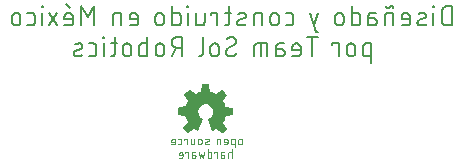
<source format=gbr>
G04 EAGLE Gerber RS-274X export*
G75*
%MOMM*%
%FSLAX34Y34*%
%LPD*%
%INSilkscreen Bottom*%
%IPPOS*%
%AMOC8*
5,1,8,0,0,1.08239X$1,22.5*%
G01*
%ADD10C,0.152400*%
%ADD11C,0.050800*%

G36*
X170540Y39272D02*
X170540Y39272D01*
X170592Y39277D01*
X170614Y39291D01*
X170625Y39293D01*
X170633Y39302D01*
X170662Y39320D01*
X171551Y40082D01*
X171552Y40083D01*
X171554Y40085D01*
X172697Y41101D01*
X172700Y41105D01*
X172708Y41111D01*
X173597Y42000D01*
X173600Y42004D01*
X173607Y42011D01*
X174623Y43154D01*
X174639Y43186D01*
X174653Y43202D01*
X174655Y43218D01*
X174679Y43257D01*
X174679Y43270D01*
X174684Y43281D01*
X174677Y43340D01*
X174676Y43398D01*
X174668Y43413D01*
X174667Y43421D01*
X174659Y43431D01*
X174639Y43471D01*
X171053Y48417D01*
X171859Y49798D01*
X171860Y49804D01*
X171867Y49813D01*
X172375Y50829D01*
X172377Y50841D01*
X172391Y50869D01*
X172772Y52139D01*
X172772Y52140D01*
X172773Y52142D01*
X173236Y53766D01*
X179301Y54756D01*
X179360Y54784D01*
X179420Y54810D01*
X179423Y54814D01*
X179428Y54817D01*
X179463Y54872D01*
X179500Y54926D01*
X179501Y54933D01*
X179503Y54936D01*
X179503Y54945D01*
X179513Y55006D01*
X179513Y60594D01*
X179495Y60657D01*
X179479Y60721D01*
X179476Y60724D01*
X179474Y60729D01*
X179425Y60773D01*
X179378Y60818D01*
X179371Y60820D01*
X179369Y60823D01*
X179360Y60824D01*
X179301Y60844D01*
X173215Y61838D01*
X172896Y62583D01*
X172519Y63963D01*
X172513Y63973D01*
X172505Y64002D01*
X171743Y65653D01*
X171737Y65660D01*
X171730Y65677D01*
X171052Y66808D01*
X174516Y71881D01*
X174536Y71940D01*
X174559Y71999D01*
X174557Y72007D01*
X174560Y72015D01*
X174545Y72076D01*
X174534Y72137D01*
X174527Y72146D01*
X174526Y72152D01*
X174517Y72160D01*
X174486Y72203D01*
X173857Y72833D01*
X172845Y73970D01*
X172841Y73973D01*
X172835Y73981D01*
X171565Y75251D01*
X171556Y75256D01*
X171541Y75272D01*
X170398Y76161D01*
X170351Y76180D01*
X170308Y76206D01*
X170287Y76205D01*
X170268Y76213D01*
X170218Y76204D01*
X170167Y76203D01*
X170141Y76189D01*
X170129Y76187D01*
X170120Y76179D01*
X170094Y76166D01*
X165147Y72579D01*
X163511Y73514D01*
X163500Y73516D01*
X163479Y73529D01*
X162209Y74037D01*
X162204Y74038D01*
X162195Y74042D01*
X160435Y74629D01*
X159444Y80575D01*
X159421Y80622D01*
X159405Y80673D01*
X159391Y80685D01*
X159383Y80702D01*
X159338Y80730D01*
X159298Y80764D01*
X159273Y80771D01*
X159263Y80777D01*
X159251Y80776D01*
X159219Y80785D01*
X157949Y80912D01*
X157941Y80911D01*
X157924Y80913D01*
X155003Y80913D01*
X154996Y80911D01*
X154982Y80912D01*
X153458Y80785D01*
X153408Y80766D01*
X153357Y80755D01*
X153344Y80742D01*
X153326Y80735D01*
X153295Y80693D01*
X153257Y80655D01*
X153249Y80631D01*
X153242Y80622D01*
X153241Y80610D01*
X153230Y80579D01*
X152117Y74521D01*
X151138Y74303D01*
X151127Y74297D01*
X151090Y74287D01*
X148804Y73271D01*
X148798Y73267D01*
X148784Y73261D01*
X147780Y72704D01*
X142703Y76295D01*
X142661Y76309D01*
X142624Y76332D01*
X142596Y76332D01*
X142570Y76341D01*
X142527Y76331D01*
X142483Y76330D01*
X142445Y76312D01*
X142433Y76309D01*
X142427Y76302D01*
X142410Y76294D01*
X141521Y75659D01*
X141516Y75653D01*
X141501Y75644D01*
X140485Y74755D01*
X140482Y74750D01*
X140473Y74743D01*
X139203Y73473D01*
X139199Y73465D01*
X139184Y73452D01*
X138168Y72182D01*
X138148Y72134D01*
X138121Y72090D01*
X138122Y72070D01*
X138114Y72052D01*
X138123Y72001D01*
X138124Y71949D01*
X138136Y71924D01*
X138138Y71913D01*
X138146Y71904D01*
X138160Y71876D01*
X141627Y67048D01*
X141572Y66938D01*
X140687Y65421D01*
X140685Y65412D01*
X140675Y65398D01*
X140040Y64001D01*
X140039Y63991D01*
X140029Y63970D01*
X139566Y62466D01*
X133494Y61351D01*
X133449Y61328D01*
X133400Y61313D01*
X133387Y61297D01*
X133368Y61288D01*
X133342Y61244D01*
X133309Y61206D01*
X133301Y61178D01*
X133295Y61167D01*
X133296Y61156D01*
X133288Y61127D01*
X133161Y59857D01*
X133161Y59856D01*
X133161Y59855D01*
X133034Y58458D01*
X133035Y58450D01*
X133033Y58435D01*
X133033Y55514D01*
X133050Y55453D01*
X133064Y55392D01*
X133070Y55386D01*
X133072Y55379D01*
X133119Y55337D01*
X133164Y55292D01*
X133173Y55289D01*
X133177Y55285D01*
X133188Y55283D01*
X133240Y55265D01*
X139303Y54151D01*
X139771Y52278D01*
X139775Y52272D01*
X139777Y52259D01*
X140285Y50735D01*
X140292Y50724D01*
X140306Y50687D01*
X141114Y49302D01*
X137523Y44101D01*
X137507Y44055D01*
X137484Y44013D01*
X137485Y43990D01*
X137478Y43967D01*
X137489Y43921D01*
X137492Y43873D01*
X137509Y43843D01*
X137512Y43830D01*
X137519Y43823D01*
X137531Y43802D01*
X138420Y42659D01*
X138425Y42655D01*
X138431Y42646D01*
X139447Y41503D01*
X139451Y41500D01*
X139457Y41492D01*
X140346Y40603D01*
X140351Y40600D01*
X140358Y40591D01*
X141374Y39702D01*
X141425Y39679D01*
X141472Y39649D01*
X141488Y39649D01*
X141502Y39643D01*
X141557Y39650D01*
X141613Y39650D01*
X141632Y39659D01*
X141642Y39661D01*
X141652Y39669D01*
X141686Y39686D01*
X146624Y43142D01*
X148005Y42222D01*
X148017Y42218D01*
X148048Y42199D01*
X149572Y41564D01*
X149589Y41562D01*
X149605Y41553D01*
X149658Y41554D01*
X149712Y41548D01*
X149728Y41556D01*
X149745Y41557D01*
X149790Y41586D01*
X149838Y41610D01*
X149848Y41625D01*
X149863Y41635D01*
X149904Y41704D01*
X153841Y51610D01*
X153847Y51674D01*
X153857Y51737D01*
X153854Y51743D01*
X153855Y51751D01*
X153826Y51808D01*
X153801Y51866D01*
X153794Y51872D01*
X153791Y51877D01*
X153782Y51882D01*
X153740Y51919D01*
X152597Y52628D01*
X151642Y53537D01*
X150892Y54622D01*
X150379Y55837D01*
X150125Y57131D01*
X150139Y58449D01*
X150423Y59737D01*
X150963Y60940D01*
X151737Y62007D01*
X152712Y62895D01*
X153848Y63565D01*
X155096Y63989D01*
X156404Y64149D01*
X157757Y64030D01*
X159052Y63623D01*
X160229Y62949D01*
X161235Y62038D01*
X162023Y60933D01*
X162556Y59685D01*
X162809Y58352D01*
X162771Y56995D01*
X162444Y55678D01*
X161842Y54462D01*
X160993Y53403D01*
X159938Y52550D01*
X158700Y51930D01*
X158649Y51883D01*
X158597Y51836D01*
X158597Y51835D01*
X158596Y51835D01*
X158578Y51767D01*
X158560Y51700D01*
X158560Y51699D01*
X158560Y51697D01*
X158574Y51620D01*
X162130Y41460D01*
X162150Y41433D01*
X162160Y41401D01*
X162190Y41377D01*
X162212Y41346D01*
X162243Y41333D01*
X162269Y41311D01*
X162307Y41307D01*
X162342Y41292D01*
X162375Y41298D01*
X162409Y41294D01*
X162475Y41316D01*
X162481Y41317D01*
X162482Y41318D01*
X162486Y41319D01*
X165273Y42773D01*
X170354Y39303D01*
X170405Y39286D01*
X170452Y39263D01*
X170471Y39265D01*
X170488Y39259D01*
X170540Y39272D01*
G37*
D10*
X365238Y130762D02*
X365238Y147018D01*
X360722Y147018D01*
X360591Y147016D01*
X360459Y147010D01*
X360328Y147001D01*
X360198Y146987D01*
X360067Y146970D01*
X359938Y146949D01*
X359809Y146925D01*
X359681Y146896D01*
X359553Y146864D01*
X359427Y146828D01*
X359302Y146789D01*
X359177Y146746D01*
X359055Y146699D01*
X358933Y146649D01*
X358813Y146595D01*
X358695Y146538D01*
X358579Y146477D01*
X358464Y146413D01*
X358351Y146346D01*
X358240Y146275D01*
X358132Y146201D01*
X358025Y146124D01*
X357921Y146044D01*
X357819Y145961D01*
X357720Y145876D01*
X357623Y145787D01*
X357529Y145695D01*
X357437Y145601D01*
X357348Y145504D01*
X357263Y145405D01*
X357180Y145303D01*
X357100Y145199D01*
X357023Y145092D01*
X356949Y144984D01*
X356878Y144873D01*
X356811Y144760D01*
X356747Y144645D01*
X356686Y144529D01*
X356629Y144411D01*
X356575Y144291D01*
X356525Y144169D01*
X356478Y144047D01*
X356435Y143922D01*
X356396Y143797D01*
X356360Y143671D01*
X356328Y143543D01*
X356299Y143415D01*
X356275Y143286D01*
X356254Y143157D01*
X356237Y143026D01*
X356223Y142896D01*
X356214Y142765D01*
X356208Y142633D01*
X356206Y142502D01*
X356207Y142502D02*
X356207Y135278D01*
X356206Y135278D02*
X356208Y135147D01*
X356214Y135015D01*
X356223Y134884D01*
X356237Y134754D01*
X356254Y134623D01*
X356275Y134494D01*
X356299Y134365D01*
X356328Y134237D01*
X356360Y134109D01*
X356396Y133983D01*
X356435Y133858D01*
X356478Y133733D01*
X356525Y133611D01*
X356575Y133489D01*
X356629Y133369D01*
X356686Y133251D01*
X356747Y133135D01*
X356811Y133020D01*
X356878Y132907D01*
X356949Y132796D01*
X357023Y132688D01*
X357100Y132581D01*
X357180Y132477D01*
X357263Y132375D01*
X357348Y132276D01*
X357437Y132179D01*
X357529Y132085D01*
X357623Y131993D01*
X357720Y131904D01*
X357819Y131819D01*
X357921Y131736D01*
X358025Y131656D01*
X358132Y131579D01*
X358240Y131505D01*
X358351Y131434D01*
X358464Y131367D01*
X358579Y131303D01*
X358695Y131242D01*
X358813Y131185D01*
X358933Y131131D01*
X359055Y131081D01*
X359177Y131034D01*
X359302Y130991D01*
X359427Y130952D01*
X359553Y130916D01*
X359681Y130884D01*
X359809Y130855D01*
X359938Y130831D01*
X360067Y130810D01*
X360198Y130793D01*
X360328Y130779D01*
X360459Y130770D01*
X360591Y130764D01*
X360722Y130762D01*
X365238Y130762D01*
X349260Y130762D02*
X349260Y141599D01*
X349711Y146115D02*
X349711Y147018D01*
X348808Y147018D01*
X348808Y146115D01*
X349711Y146115D01*
X341618Y137084D02*
X337102Y135278D01*
X341618Y137084D02*
X341706Y137121D01*
X341792Y137162D01*
X341877Y137206D01*
X341960Y137254D01*
X342040Y137305D01*
X342119Y137359D01*
X342195Y137417D01*
X342269Y137477D01*
X342341Y137541D01*
X342409Y137607D01*
X342475Y137677D01*
X342538Y137748D01*
X342599Y137823D01*
X342656Y137899D01*
X342709Y137978D01*
X342760Y138059D01*
X342807Y138142D01*
X342851Y138227D01*
X342891Y138314D01*
X342928Y138402D01*
X342961Y138492D01*
X342991Y138583D01*
X343016Y138675D01*
X343038Y138768D01*
X343056Y138862D01*
X343071Y138956D01*
X343081Y139051D01*
X343087Y139147D01*
X343090Y139242D01*
X343089Y139338D01*
X343083Y139433D01*
X343074Y139529D01*
X343061Y139623D01*
X343045Y139717D01*
X343024Y139811D01*
X342999Y139903D01*
X342971Y139994D01*
X342939Y140084D01*
X342904Y140173D01*
X342865Y140260D01*
X342822Y140346D01*
X342776Y140430D01*
X342726Y140511D01*
X342674Y140591D01*
X342618Y140669D01*
X342558Y140744D01*
X342496Y140816D01*
X342431Y140886D01*
X342363Y140954D01*
X342293Y141018D01*
X342220Y141080D01*
X342144Y141138D01*
X342066Y141194D01*
X341986Y141246D01*
X341904Y141295D01*
X341820Y141340D01*
X341734Y141382D01*
X341647Y141421D01*
X341558Y141456D01*
X341467Y141487D01*
X341376Y141514D01*
X341283Y141538D01*
X341190Y141558D01*
X341096Y141574D01*
X341001Y141586D01*
X340906Y141595D01*
X340810Y141599D01*
X340715Y141600D01*
X340468Y141593D01*
X340222Y141581D01*
X339976Y141563D01*
X339730Y141538D01*
X339486Y141508D01*
X339242Y141472D01*
X338999Y141431D01*
X338757Y141383D01*
X338516Y141329D01*
X338277Y141270D01*
X338039Y141205D01*
X337803Y141134D01*
X337568Y141058D01*
X337335Y140976D01*
X337105Y140888D01*
X336877Y140795D01*
X336650Y140697D01*
X337102Y135277D02*
X337014Y135240D01*
X336928Y135199D01*
X336843Y135155D01*
X336760Y135107D01*
X336680Y135056D01*
X336601Y135002D01*
X336525Y134944D01*
X336451Y134884D01*
X336379Y134820D01*
X336311Y134754D01*
X336245Y134684D01*
X336182Y134613D01*
X336121Y134538D01*
X336064Y134462D01*
X336011Y134383D01*
X335960Y134302D01*
X335913Y134219D01*
X335869Y134134D01*
X335829Y134047D01*
X335792Y133959D01*
X335759Y133869D01*
X335729Y133778D01*
X335704Y133686D01*
X335682Y133593D01*
X335664Y133499D01*
X335649Y133405D01*
X335639Y133310D01*
X335633Y133214D01*
X335630Y133119D01*
X335631Y133023D01*
X335637Y132928D01*
X335646Y132832D01*
X335659Y132738D01*
X335675Y132644D01*
X335696Y132550D01*
X335721Y132458D01*
X335749Y132367D01*
X335781Y132277D01*
X335816Y132188D01*
X335855Y132101D01*
X335898Y132015D01*
X335944Y131931D01*
X335994Y131850D01*
X336046Y131770D01*
X336102Y131692D01*
X336162Y131617D01*
X336224Y131545D01*
X336289Y131475D01*
X336357Y131407D01*
X336427Y131343D01*
X336500Y131281D01*
X336576Y131223D01*
X336654Y131167D01*
X336734Y131115D01*
X336816Y131066D01*
X336900Y131021D01*
X336986Y130979D01*
X337073Y130940D01*
X337162Y130905D01*
X337253Y130874D01*
X337344Y130847D01*
X337437Y130823D01*
X337530Y130803D01*
X337624Y130787D01*
X337719Y130775D01*
X337814Y130766D01*
X337910Y130762D01*
X338005Y130761D01*
X338005Y130762D02*
X338367Y130771D01*
X338729Y130789D01*
X339090Y130816D01*
X339450Y130851D01*
X339810Y130894D01*
X340169Y130946D01*
X340526Y131007D01*
X340881Y131076D01*
X341235Y131153D01*
X341587Y131239D01*
X341937Y131333D01*
X342285Y131436D01*
X342630Y131546D01*
X342972Y131665D01*
X326716Y130762D02*
X322200Y130762D01*
X326716Y130762D02*
X326817Y130764D01*
X326918Y130770D01*
X327019Y130779D01*
X327120Y130792D01*
X327220Y130809D01*
X327319Y130830D01*
X327417Y130854D01*
X327514Y130882D01*
X327611Y130914D01*
X327706Y130949D01*
X327799Y130988D01*
X327891Y131030D01*
X327982Y131076D01*
X328071Y131125D01*
X328157Y131177D01*
X328242Y131233D01*
X328325Y131291D01*
X328405Y131353D01*
X328483Y131418D01*
X328559Y131485D01*
X328632Y131555D01*
X328702Y131628D01*
X328769Y131704D01*
X328834Y131782D01*
X328896Y131862D01*
X328954Y131945D01*
X329010Y132030D01*
X329062Y132116D01*
X329111Y132205D01*
X329157Y132296D01*
X329199Y132388D01*
X329238Y132481D01*
X329273Y132576D01*
X329305Y132673D01*
X329333Y132770D01*
X329357Y132868D01*
X329378Y132967D01*
X329395Y133067D01*
X329408Y133168D01*
X329417Y133269D01*
X329423Y133370D01*
X329425Y133471D01*
X329425Y137987D01*
X329423Y138106D01*
X329417Y138226D01*
X329407Y138345D01*
X329393Y138463D01*
X329376Y138582D01*
X329354Y138699D01*
X329329Y138816D01*
X329299Y138931D01*
X329266Y139046D01*
X329229Y139160D01*
X329189Y139272D01*
X329144Y139383D01*
X329096Y139492D01*
X329045Y139600D01*
X328990Y139706D01*
X328931Y139810D01*
X328869Y139912D01*
X328804Y140012D01*
X328735Y140110D01*
X328663Y140206D01*
X328588Y140299D01*
X328511Y140389D01*
X328430Y140477D01*
X328346Y140562D01*
X328259Y140644D01*
X328170Y140724D01*
X328078Y140800D01*
X327984Y140874D01*
X327887Y140944D01*
X327789Y141011D01*
X327688Y141075D01*
X327584Y141135D01*
X327479Y141192D01*
X327372Y141245D01*
X327264Y141295D01*
X327154Y141341D01*
X327042Y141383D01*
X326929Y141422D01*
X326815Y141457D01*
X326700Y141488D01*
X326583Y141516D01*
X326466Y141539D01*
X326349Y141559D01*
X326230Y141575D01*
X326111Y141587D01*
X325992Y141595D01*
X325873Y141599D01*
X325753Y141599D01*
X325634Y141595D01*
X325515Y141587D01*
X325396Y141575D01*
X325277Y141559D01*
X325160Y141539D01*
X325043Y141516D01*
X324926Y141488D01*
X324811Y141457D01*
X324697Y141422D01*
X324584Y141383D01*
X324472Y141341D01*
X324362Y141295D01*
X324254Y141245D01*
X324147Y141192D01*
X324042Y141135D01*
X323938Y141075D01*
X323837Y141011D01*
X323739Y140944D01*
X323642Y140874D01*
X323548Y140800D01*
X323456Y140724D01*
X323367Y140644D01*
X323280Y140562D01*
X323196Y140477D01*
X323115Y140389D01*
X323038Y140299D01*
X322963Y140206D01*
X322891Y140110D01*
X322822Y140012D01*
X322757Y139912D01*
X322695Y139810D01*
X322636Y139706D01*
X322581Y139600D01*
X322530Y139492D01*
X322482Y139383D01*
X322437Y139272D01*
X322397Y139160D01*
X322360Y139046D01*
X322327Y138931D01*
X322297Y138816D01*
X322272Y138699D01*
X322250Y138582D01*
X322233Y138463D01*
X322219Y138345D01*
X322209Y138226D01*
X322203Y138106D01*
X322201Y137987D01*
X322200Y137987D02*
X322200Y136181D01*
X329425Y136181D01*
X315357Y130762D02*
X315357Y141599D01*
X310842Y141599D01*
X310738Y141597D01*
X310635Y141591D01*
X310531Y141581D01*
X310428Y141567D01*
X310326Y141549D01*
X310225Y141528D01*
X310124Y141502D01*
X310025Y141473D01*
X309926Y141440D01*
X309829Y141403D01*
X309734Y141362D01*
X309640Y141318D01*
X309548Y141270D01*
X309458Y141219D01*
X309369Y141164D01*
X309283Y141106D01*
X309200Y141044D01*
X309118Y140980D01*
X309040Y140912D01*
X308964Y140842D01*
X308890Y140769D01*
X308820Y140692D01*
X308752Y140614D01*
X308688Y140532D01*
X308626Y140449D01*
X308568Y140363D01*
X308513Y140274D01*
X308462Y140184D01*
X308414Y140092D01*
X308370Y139998D01*
X308329Y139903D01*
X308292Y139806D01*
X308259Y139707D01*
X308230Y139608D01*
X308204Y139507D01*
X308183Y139406D01*
X308165Y139304D01*
X308151Y139201D01*
X308141Y139097D01*
X308135Y138994D01*
X308133Y138890D01*
X308132Y138890D02*
X308132Y130762D01*
X315357Y145663D02*
X315355Y145746D01*
X315349Y145830D01*
X315340Y145913D01*
X315326Y145995D01*
X315309Y146076D01*
X315288Y146157D01*
X315263Y146237D01*
X315235Y146315D01*
X315203Y146392D01*
X315168Y146468D01*
X315129Y146542D01*
X315086Y146614D01*
X315041Y146684D01*
X314992Y146751D01*
X314940Y146817D01*
X314886Y146880D01*
X314828Y146940D01*
X314768Y146998D01*
X314705Y147052D01*
X314639Y147104D01*
X314572Y147153D01*
X314502Y147198D01*
X314430Y147241D01*
X314356Y147280D01*
X314280Y147315D01*
X314203Y147347D01*
X314125Y147375D01*
X314045Y147400D01*
X313964Y147421D01*
X313883Y147438D01*
X313801Y147452D01*
X313718Y147461D01*
X313634Y147467D01*
X313551Y147469D01*
X313551Y147470D02*
X313476Y147468D01*
X313401Y147462D01*
X313327Y147453D01*
X313253Y147439D01*
X313180Y147422D01*
X313108Y147401D01*
X313037Y147377D01*
X312967Y147349D01*
X312899Y147317D01*
X312833Y147282D01*
X312768Y147244D01*
X312706Y147202D01*
X312646Y147157D01*
X312588Y147110D01*
X312532Y147059D01*
X312480Y147006D01*
X312430Y146950D01*
X312383Y146891D01*
X312339Y146830D01*
X312298Y146767D01*
X312261Y146702D01*
X312227Y146635D01*
X312196Y146567D01*
X312196Y146566D02*
X312165Y146498D01*
X312131Y146431D01*
X312094Y146366D01*
X312053Y146303D01*
X312009Y146242D01*
X311962Y146184D01*
X311912Y146127D01*
X311860Y146074D01*
X311804Y146023D01*
X311747Y145976D01*
X311686Y145931D01*
X311624Y145889D01*
X311559Y145851D01*
X311493Y145816D01*
X311425Y145784D01*
X311355Y145756D01*
X311284Y145732D01*
X311212Y145711D01*
X311139Y145694D01*
X311065Y145680D01*
X310991Y145671D01*
X310916Y145665D01*
X310841Y145663D01*
X310758Y145665D01*
X310674Y145671D01*
X310592Y145680D01*
X310509Y145694D01*
X310428Y145711D01*
X310347Y145732D01*
X310267Y145757D01*
X310189Y145785D01*
X310112Y145817D01*
X310036Y145852D01*
X309962Y145891D01*
X309890Y145933D01*
X309820Y145979D01*
X309753Y146028D01*
X309687Y146080D01*
X309624Y146134D01*
X309564Y146192D01*
X309506Y146252D01*
X309452Y146315D01*
X309400Y146381D01*
X309351Y146448D01*
X309305Y146518D01*
X309263Y146590D01*
X309224Y146664D01*
X309189Y146740D01*
X309157Y146817D01*
X309129Y146895D01*
X309104Y146975D01*
X309083Y147056D01*
X309066Y147137D01*
X309052Y147220D01*
X309043Y147302D01*
X309037Y147386D01*
X309035Y147469D01*
X298201Y137084D02*
X294137Y137084D01*
X298201Y137084D02*
X298313Y137082D01*
X298424Y137076D01*
X298535Y137066D01*
X298646Y137053D01*
X298756Y137035D01*
X298865Y137013D01*
X298974Y136988D01*
X299082Y136959D01*
X299188Y136926D01*
X299294Y136889D01*
X299398Y136849D01*
X299500Y136805D01*
X299601Y136757D01*
X299700Y136706D01*
X299798Y136651D01*
X299893Y136593D01*
X299986Y136532D01*
X300077Y136467D01*
X300166Y136399D01*
X300252Y136328D01*
X300335Y136255D01*
X300416Y136178D01*
X300495Y136098D01*
X300570Y136016D01*
X300642Y135931D01*
X300712Y135844D01*
X300778Y135754D01*
X300841Y135662D01*
X300901Y135567D01*
X300957Y135471D01*
X301010Y135373D01*
X301059Y135273D01*
X301105Y135171D01*
X301147Y135068D01*
X301186Y134963D01*
X301221Y134857D01*
X301252Y134750D01*
X301279Y134642D01*
X301303Y134533D01*
X301322Y134423D01*
X301338Y134313D01*
X301350Y134202D01*
X301358Y134090D01*
X301362Y133979D01*
X301362Y133867D01*
X301358Y133756D01*
X301350Y133644D01*
X301338Y133533D01*
X301322Y133423D01*
X301303Y133313D01*
X301279Y133204D01*
X301252Y133096D01*
X301221Y132989D01*
X301186Y132883D01*
X301147Y132778D01*
X301105Y132675D01*
X301059Y132573D01*
X301010Y132473D01*
X300957Y132375D01*
X300901Y132279D01*
X300841Y132184D01*
X300778Y132092D01*
X300712Y132002D01*
X300642Y131915D01*
X300570Y131830D01*
X300495Y131748D01*
X300416Y131668D01*
X300335Y131591D01*
X300252Y131518D01*
X300166Y131447D01*
X300077Y131379D01*
X299986Y131314D01*
X299893Y131253D01*
X299798Y131195D01*
X299700Y131140D01*
X299601Y131089D01*
X299500Y131041D01*
X299398Y130997D01*
X299294Y130957D01*
X299188Y130920D01*
X299082Y130887D01*
X298974Y130858D01*
X298865Y130833D01*
X298756Y130811D01*
X298646Y130793D01*
X298535Y130780D01*
X298424Y130770D01*
X298313Y130764D01*
X298201Y130762D01*
X294137Y130762D01*
X294137Y138890D01*
X294138Y138890D02*
X294140Y138991D01*
X294146Y139092D01*
X294155Y139193D01*
X294168Y139294D01*
X294185Y139394D01*
X294206Y139493D01*
X294230Y139591D01*
X294258Y139688D01*
X294290Y139785D01*
X294325Y139880D01*
X294364Y139973D01*
X294406Y140065D01*
X294452Y140156D01*
X294501Y140245D01*
X294553Y140331D01*
X294609Y140416D01*
X294667Y140499D01*
X294729Y140579D01*
X294794Y140657D01*
X294861Y140733D01*
X294931Y140806D01*
X295004Y140876D01*
X295080Y140943D01*
X295158Y141008D01*
X295238Y141070D01*
X295321Y141128D01*
X295406Y141184D01*
X295493Y141236D01*
X295581Y141285D01*
X295672Y141331D01*
X295764Y141373D01*
X295857Y141412D01*
X295952Y141447D01*
X296049Y141479D01*
X296146Y141507D01*
X296244Y141531D01*
X296343Y141552D01*
X296443Y141569D01*
X296544Y141582D01*
X296645Y141591D01*
X296746Y141597D01*
X296847Y141599D01*
X300459Y141599D01*
X280069Y147018D02*
X280069Y130762D01*
X284585Y130762D01*
X284686Y130764D01*
X284787Y130770D01*
X284888Y130779D01*
X284989Y130792D01*
X285089Y130809D01*
X285188Y130830D01*
X285286Y130854D01*
X285383Y130882D01*
X285480Y130914D01*
X285575Y130949D01*
X285668Y130988D01*
X285760Y131030D01*
X285851Y131076D01*
X285940Y131125D01*
X286026Y131177D01*
X286111Y131233D01*
X286194Y131291D01*
X286274Y131353D01*
X286352Y131418D01*
X286428Y131485D01*
X286501Y131555D01*
X286571Y131628D01*
X286638Y131704D01*
X286703Y131782D01*
X286765Y131862D01*
X286823Y131945D01*
X286879Y132030D01*
X286931Y132116D01*
X286980Y132205D01*
X287026Y132296D01*
X287068Y132388D01*
X287107Y132481D01*
X287142Y132576D01*
X287174Y132673D01*
X287202Y132770D01*
X287226Y132868D01*
X287247Y132967D01*
X287264Y133067D01*
X287277Y133168D01*
X287286Y133269D01*
X287292Y133370D01*
X287294Y133471D01*
X287294Y138890D01*
X287292Y138991D01*
X287286Y139092D01*
X287277Y139193D01*
X287264Y139294D01*
X287247Y139394D01*
X287226Y139493D01*
X287202Y139591D01*
X287174Y139688D01*
X287142Y139785D01*
X287107Y139880D01*
X287068Y139973D01*
X287026Y140065D01*
X286980Y140156D01*
X286931Y140245D01*
X286879Y140331D01*
X286823Y140416D01*
X286765Y140499D01*
X286703Y140579D01*
X286638Y140657D01*
X286571Y140733D01*
X286501Y140806D01*
X286428Y140876D01*
X286352Y140943D01*
X286274Y141008D01*
X286194Y141070D01*
X286111Y141128D01*
X286026Y141184D01*
X285940Y141236D01*
X285851Y141285D01*
X285760Y141331D01*
X285668Y141373D01*
X285575Y141412D01*
X285480Y141447D01*
X285383Y141479D01*
X285286Y141507D01*
X285188Y141531D01*
X285089Y141552D01*
X284989Y141569D01*
X284888Y141582D01*
X284787Y141591D01*
X284686Y141597D01*
X284585Y141599D01*
X280069Y141599D01*
X273153Y137987D02*
X273153Y134374D01*
X273152Y137987D02*
X273150Y138106D01*
X273144Y138226D01*
X273134Y138345D01*
X273120Y138463D01*
X273103Y138582D01*
X273081Y138699D01*
X273056Y138816D01*
X273026Y138931D01*
X272993Y139046D01*
X272956Y139160D01*
X272916Y139272D01*
X272871Y139383D01*
X272823Y139492D01*
X272772Y139600D01*
X272717Y139706D01*
X272658Y139810D01*
X272596Y139912D01*
X272531Y140012D01*
X272462Y140110D01*
X272390Y140206D01*
X272315Y140299D01*
X272238Y140389D01*
X272157Y140477D01*
X272073Y140562D01*
X271986Y140644D01*
X271897Y140724D01*
X271805Y140800D01*
X271711Y140874D01*
X271614Y140944D01*
X271516Y141011D01*
X271415Y141075D01*
X271311Y141135D01*
X271206Y141192D01*
X271099Y141245D01*
X270991Y141295D01*
X270881Y141341D01*
X270769Y141383D01*
X270656Y141422D01*
X270542Y141457D01*
X270427Y141488D01*
X270310Y141516D01*
X270193Y141539D01*
X270076Y141559D01*
X269957Y141575D01*
X269838Y141587D01*
X269719Y141595D01*
X269600Y141599D01*
X269480Y141599D01*
X269361Y141595D01*
X269242Y141587D01*
X269123Y141575D01*
X269004Y141559D01*
X268887Y141539D01*
X268770Y141516D01*
X268653Y141488D01*
X268538Y141457D01*
X268424Y141422D01*
X268311Y141383D01*
X268199Y141341D01*
X268089Y141295D01*
X267981Y141245D01*
X267874Y141192D01*
X267769Y141135D01*
X267665Y141075D01*
X267564Y141011D01*
X267466Y140944D01*
X267369Y140874D01*
X267275Y140800D01*
X267183Y140724D01*
X267094Y140644D01*
X267007Y140562D01*
X266923Y140477D01*
X266842Y140389D01*
X266765Y140299D01*
X266690Y140206D01*
X266618Y140110D01*
X266549Y140012D01*
X266484Y139912D01*
X266422Y139810D01*
X266363Y139706D01*
X266308Y139600D01*
X266257Y139492D01*
X266209Y139383D01*
X266164Y139272D01*
X266124Y139160D01*
X266087Y139046D01*
X266054Y138931D01*
X266024Y138816D01*
X265999Y138699D01*
X265977Y138582D01*
X265960Y138463D01*
X265946Y138345D01*
X265936Y138226D01*
X265930Y138106D01*
X265928Y137987D01*
X265928Y134374D01*
X265930Y134255D01*
X265936Y134135D01*
X265946Y134016D01*
X265960Y133898D01*
X265977Y133779D01*
X265999Y133662D01*
X266024Y133545D01*
X266054Y133430D01*
X266087Y133315D01*
X266124Y133201D01*
X266164Y133089D01*
X266209Y132978D01*
X266257Y132869D01*
X266308Y132761D01*
X266363Y132655D01*
X266422Y132551D01*
X266484Y132449D01*
X266549Y132349D01*
X266618Y132251D01*
X266690Y132155D01*
X266765Y132062D01*
X266842Y131972D01*
X266923Y131884D01*
X267007Y131799D01*
X267094Y131717D01*
X267183Y131637D01*
X267275Y131561D01*
X267369Y131487D01*
X267466Y131417D01*
X267564Y131350D01*
X267665Y131286D01*
X267769Y131226D01*
X267874Y131169D01*
X267981Y131116D01*
X268089Y131066D01*
X268199Y131020D01*
X268311Y130978D01*
X268424Y130939D01*
X268538Y130904D01*
X268653Y130873D01*
X268770Y130845D01*
X268887Y130822D01*
X269004Y130802D01*
X269123Y130786D01*
X269242Y130774D01*
X269361Y130766D01*
X269480Y130762D01*
X269600Y130762D01*
X269719Y130766D01*
X269838Y130774D01*
X269957Y130786D01*
X270076Y130802D01*
X270193Y130822D01*
X270310Y130845D01*
X270427Y130873D01*
X270542Y130904D01*
X270656Y130939D01*
X270769Y130978D01*
X270881Y131020D01*
X270991Y131066D01*
X271099Y131116D01*
X271206Y131169D01*
X271311Y131226D01*
X271415Y131286D01*
X271516Y131350D01*
X271614Y131417D01*
X271711Y131487D01*
X271805Y131561D01*
X271897Y131637D01*
X271986Y131717D01*
X272073Y131799D01*
X272157Y131884D01*
X272238Y131972D01*
X272315Y132062D01*
X272390Y132155D01*
X272462Y132251D01*
X272531Y132349D01*
X272596Y132449D01*
X272658Y132551D01*
X272717Y132655D01*
X272772Y132761D01*
X272823Y132869D01*
X272871Y132978D01*
X272916Y133089D01*
X272956Y133201D01*
X272993Y133315D01*
X273026Y133430D01*
X273056Y133545D01*
X273081Y133662D01*
X273103Y133779D01*
X273120Y133898D01*
X273134Y134016D01*
X273144Y134135D01*
X273150Y134255D01*
X273152Y134374D01*
X251790Y125343D02*
X249984Y125343D01*
X244565Y141599D01*
X251790Y141599D02*
X248178Y130762D01*
X227701Y130762D02*
X224088Y130762D01*
X227701Y130762D02*
X227802Y130764D01*
X227903Y130770D01*
X228004Y130779D01*
X228105Y130792D01*
X228205Y130809D01*
X228304Y130830D01*
X228402Y130854D01*
X228499Y130882D01*
X228596Y130914D01*
X228691Y130949D01*
X228784Y130988D01*
X228876Y131030D01*
X228967Y131076D01*
X229056Y131125D01*
X229142Y131177D01*
X229227Y131233D01*
X229310Y131291D01*
X229390Y131353D01*
X229468Y131418D01*
X229544Y131485D01*
X229617Y131555D01*
X229687Y131628D01*
X229754Y131704D01*
X229819Y131782D01*
X229881Y131862D01*
X229939Y131945D01*
X229995Y132030D01*
X230047Y132116D01*
X230096Y132205D01*
X230142Y132296D01*
X230184Y132388D01*
X230223Y132481D01*
X230258Y132576D01*
X230290Y132673D01*
X230318Y132770D01*
X230342Y132868D01*
X230363Y132967D01*
X230380Y133067D01*
X230393Y133168D01*
X230402Y133269D01*
X230408Y133370D01*
X230410Y133471D01*
X230410Y138890D01*
X230408Y138991D01*
X230402Y139092D01*
X230393Y139193D01*
X230380Y139294D01*
X230363Y139394D01*
X230342Y139493D01*
X230318Y139591D01*
X230290Y139688D01*
X230258Y139785D01*
X230223Y139880D01*
X230184Y139973D01*
X230142Y140065D01*
X230096Y140156D01*
X230047Y140245D01*
X229995Y140331D01*
X229939Y140416D01*
X229881Y140499D01*
X229819Y140579D01*
X229754Y140657D01*
X229687Y140733D01*
X229617Y140806D01*
X229544Y140876D01*
X229468Y140943D01*
X229390Y141008D01*
X229310Y141070D01*
X229227Y141128D01*
X229142Y141184D01*
X229056Y141236D01*
X228967Y141285D01*
X228876Y141331D01*
X228784Y141373D01*
X228691Y141412D01*
X228596Y141447D01*
X228499Y141479D01*
X228402Y141507D01*
X228304Y141531D01*
X228205Y141552D01*
X228105Y141569D01*
X228004Y141582D01*
X227903Y141591D01*
X227802Y141597D01*
X227701Y141599D01*
X224088Y141599D01*
X218444Y137987D02*
X218444Y134374D01*
X218443Y137987D02*
X218441Y138106D01*
X218435Y138226D01*
X218425Y138345D01*
X218411Y138463D01*
X218394Y138582D01*
X218372Y138699D01*
X218347Y138816D01*
X218317Y138931D01*
X218284Y139046D01*
X218247Y139160D01*
X218207Y139272D01*
X218162Y139383D01*
X218114Y139492D01*
X218063Y139600D01*
X218008Y139706D01*
X217949Y139810D01*
X217887Y139912D01*
X217822Y140012D01*
X217753Y140110D01*
X217681Y140206D01*
X217606Y140299D01*
X217529Y140389D01*
X217448Y140477D01*
X217364Y140562D01*
X217277Y140644D01*
X217188Y140724D01*
X217096Y140800D01*
X217002Y140874D01*
X216905Y140944D01*
X216807Y141011D01*
X216706Y141075D01*
X216602Y141135D01*
X216497Y141192D01*
X216390Y141245D01*
X216282Y141295D01*
X216172Y141341D01*
X216060Y141383D01*
X215947Y141422D01*
X215833Y141457D01*
X215718Y141488D01*
X215601Y141516D01*
X215484Y141539D01*
X215367Y141559D01*
X215248Y141575D01*
X215129Y141587D01*
X215010Y141595D01*
X214891Y141599D01*
X214771Y141599D01*
X214652Y141595D01*
X214533Y141587D01*
X214414Y141575D01*
X214295Y141559D01*
X214178Y141539D01*
X214061Y141516D01*
X213944Y141488D01*
X213829Y141457D01*
X213715Y141422D01*
X213602Y141383D01*
X213490Y141341D01*
X213380Y141295D01*
X213272Y141245D01*
X213165Y141192D01*
X213060Y141135D01*
X212956Y141075D01*
X212855Y141011D01*
X212757Y140944D01*
X212660Y140874D01*
X212566Y140800D01*
X212474Y140724D01*
X212385Y140644D01*
X212298Y140562D01*
X212214Y140477D01*
X212133Y140389D01*
X212056Y140299D01*
X211981Y140206D01*
X211909Y140110D01*
X211840Y140012D01*
X211775Y139912D01*
X211713Y139810D01*
X211654Y139706D01*
X211599Y139600D01*
X211548Y139492D01*
X211500Y139383D01*
X211455Y139272D01*
X211415Y139160D01*
X211378Y139046D01*
X211345Y138931D01*
X211315Y138816D01*
X211290Y138699D01*
X211268Y138582D01*
X211251Y138463D01*
X211237Y138345D01*
X211227Y138226D01*
X211221Y138106D01*
X211219Y137987D01*
X211219Y134374D01*
X211221Y134255D01*
X211227Y134135D01*
X211237Y134016D01*
X211251Y133898D01*
X211268Y133779D01*
X211290Y133662D01*
X211315Y133545D01*
X211345Y133430D01*
X211378Y133315D01*
X211415Y133201D01*
X211455Y133089D01*
X211500Y132978D01*
X211548Y132869D01*
X211599Y132761D01*
X211654Y132655D01*
X211713Y132551D01*
X211775Y132449D01*
X211840Y132349D01*
X211909Y132251D01*
X211981Y132155D01*
X212056Y132062D01*
X212133Y131972D01*
X212214Y131884D01*
X212298Y131799D01*
X212385Y131717D01*
X212474Y131637D01*
X212566Y131561D01*
X212660Y131487D01*
X212757Y131417D01*
X212855Y131350D01*
X212956Y131286D01*
X213060Y131226D01*
X213165Y131169D01*
X213272Y131116D01*
X213380Y131066D01*
X213490Y131020D01*
X213602Y130978D01*
X213715Y130939D01*
X213829Y130904D01*
X213944Y130873D01*
X214061Y130845D01*
X214178Y130822D01*
X214295Y130802D01*
X214414Y130786D01*
X214533Y130774D01*
X214652Y130766D01*
X214771Y130762D01*
X214891Y130762D01*
X215010Y130766D01*
X215129Y130774D01*
X215248Y130786D01*
X215367Y130802D01*
X215484Y130822D01*
X215601Y130845D01*
X215718Y130873D01*
X215833Y130904D01*
X215947Y130939D01*
X216060Y130978D01*
X216172Y131020D01*
X216282Y131066D01*
X216390Y131116D01*
X216497Y131169D01*
X216602Y131226D01*
X216706Y131286D01*
X216807Y131350D01*
X216905Y131417D01*
X217002Y131487D01*
X217096Y131561D01*
X217188Y131637D01*
X217277Y131717D01*
X217364Y131799D01*
X217448Y131884D01*
X217529Y131972D01*
X217606Y132062D01*
X217681Y132155D01*
X217753Y132251D01*
X217822Y132349D01*
X217887Y132449D01*
X217949Y132551D01*
X218008Y132655D01*
X218063Y132761D01*
X218114Y132869D01*
X218162Y132978D01*
X218207Y133089D01*
X218247Y133201D01*
X218284Y133315D01*
X218317Y133430D01*
X218347Y133545D01*
X218372Y133662D01*
X218394Y133779D01*
X218411Y133898D01*
X218425Y134016D01*
X218435Y134135D01*
X218441Y134255D01*
X218443Y134374D01*
X204375Y130762D02*
X204375Y141599D01*
X199860Y141599D01*
X199756Y141597D01*
X199653Y141591D01*
X199549Y141581D01*
X199446Y141567D01*
X199344Y141549D01*
X199243Y141528D01*
X199142Y141502D01*
X199043Y141473D01*
X198944Y141440D01*
X198847Y141403D01*
X198752Y141362D01*
X198658Y141318D01*
X198566Y141270D01*
X198476Y141219D01*
X198387Y141164D01*
X198301Y141106D01*
X198218Y141044D01*
X198136Y140980D01*
X198058Y140912D01*
X197982Y140842D01*
X197908Y140769D01*
X197838Y140692D01*
X197770Y140614D01*
X197706Y140532D01*
X197644Y140449D01*
X197586Y140363D01*
X197531Y140274D01*
X197480Y140184D01*
X197432Y140092D01*
X197388Y139998D01*
X197347Y139903D01*
X197310Y139806D01*
X197277Y139707D01*
X197248Y139608D01*
X197222Y139507D01*
X197201Y139406D01*
X197183Y139304D01*
X197169Y139201D01*
X197159Y139097D01*
X197153Y138994D01*
X197151Y138890D01*
X197151Y130762D01*
X188953Y137084D02*
X184437Y135278D01*
X188953Y137084D02*
X189041Y137121D01*
X189127Y137162D01*
X189212Y137206D01*
X189295Y137254D01*
X189375Y137305D01*
X189454Y137359D01*
X189530Y137417D01*
X189604Y137477D01*
X189676Y137541D01*
X189744Y137607D01*
X189810Y137677D01*
X189873Y137748D01*
X189934Y137823D01*
X189991Y137899D01*
X190044Y137978D01*
X190095Y138059D01*
X190142Y138142D01*
X190186Y138227D01*
X190226Y138314D01*
X190263Y138402D01*
X190296Y138492D01*
X190326Y138583D01*
X190351Y138675D01*
X190373Y138768D01*
X190391Y138862D01*
X190406Y138956D01*
X190416Y139051D01*
X190422Y139147D01*
X190425Y139242D01*
X190424Y139338D01*
X190418Y139433D01*
X190409Y139529D01*
X190396Y139623D01*
X190380Y139717D01*
X190359Y139811D01*
X190334Y139903D01*
X190306Y139994D01*
X190274Y140084D01*
X190239Y140173D01*
X190200Y140260D01*
X190157Y140346D01*
X190111Y140430D01*
X190061Y140511D01*
X190009Y140591D01*
X189953Y140669D01*
X189893Y140744D01*
X189831Y140816D01*
X189766Y140886D01*
X189698Y140954D01*
X189628Y141018D01*
X189555Y141080D01*
X189479Y141138D01*
X189401Y141194D01*
X189321Y141246D01*
X189239Y141295D01*
X189155Y141340D01*
X189069Y141382D01*
X188982Y141421D01*
X188893Y141456D01*
X188802Y141487D01*
X188711Y141514D01*
X188618Y141538D01*
X188525Y141558D01*
X188431Y141574D01*
X188336Y141586D01*
X188241Y141595D01*
X188145Y141599D01*
X188050Y141600D01*
X187803Y141593D01*
X187557Y141581D01*
X187311Y141563D01*
X187065Y141538D01*
X186821Y141508D01*
X186577Y141472D01*
X186334Y141431D01*
X186092Y141383D01*
X185851Y141329D01*
X185612Y141270D01*
X185374Y141205D01*
X185138Y141134D01*
X184903Y141058D01*
X184670Y140976D01*
X184440Y140888D01*
X184212Y140795D01*
X183985Y140697D01*
X184437Y135277D02*
X184349Y135240D01*
X184263Y135199D01*
X184178Y135155D01*
X184095Y135107D01*
X184015Y135056D01*
X183936Y135002D01*
X183860Y134944D01*
X183786Y134884D01*
X183714Y134820D01*
X183646Y134754D01*
X183580Y134684D01*
X183517Y134613D01*
X183456Y134538D01*
X183399Y134462D01*
X183346Y134383D01*
X183295Y134302D01*
X183248Y134219D01*
X183204Y134134D01*
X183164Y134047D01*
X183127Y133959D01*
X183094Y133869D01*
X183064Y133778D01*
X183039Y133686D01*
X183017Y133593D01*
X182999Y133499D01*
X182984Y133405D01*
X182974Y133310D01*
X182968Y133214D01*
X182965Y133119D01*
X182966Y133023D01*
X182972Y132928D01*
X182981Y132832D01*
X182994Y132738D01*
X183010Y132644D01*
X183031Y132550D01*
X183056Y132458D01*
X183084Y132367D01*
X183116Y132277D01*
X183151Y132188D01*
X183190Y132101D01*
X183233Y132015D01*
X183279Y131931D01*
X183329Y131850D01*
X183381Y131770D01*
X183437Y131692D01*
X183497Y131617D01*
X183559Y131545D01*
X183624Y131475D01*
X183692Y131407D01*
X183762Y131343D01*
X183835Y131281D01*
X183911Y131223D01*
X183989Y131167D01*
X184069Y131115D01*
X184151Y131066D01*
X184235Y131021D01*
X184321Y130979D01*
X184408Y130940D01*
X184497Y130905D01*
X184588Y130874D01*
X184679Y130847D01*
X184772Y130823D01*
X184865Y130803D01*
X184959Y130787D01*
X185054Y130775D01*
X185149Y130766D01*
X185245Y130762D01*
X185340Y130761D01*
X185341Y130762D02*
X185703Y130771D01*
X186065Y130789D01*
X186426Y130816D01*
X186786Y130851D01*
X187146Y130894D01*
X187505Y130946D01*
X187862Y131007D01*
X188217Y131076D01*
X188571Y131153D01*
X188923Y131239D01*
X189273Y131333D01*
X189621Y131436D01*
X189966Y131546D01*
X190308Y131665D01*
X178058Y141599D02*
X172639Y141599D01*
X176251Y147018D02*
X176251Y133471D01*
X176249Y133370D01*
X176243Y133269D01*
X176234Y133168D01*
X176221Y133067D01*
X176204Y132967D01*
X176183Y132868D01*
X176159Y132770D01*
X176131Y132673D01*
X176099Y132576D01*
X176064Y132481D01*
X176025Y132388D01*
X175983Y132296D01*
X175937Y132205D01*
X175888Y132116D01*
X175836Y132030D01*
X175780Y131945D01*
X175722Y131862D01*
X175660Y131782D01*
X175595Y131704D01*
X175528Y131628D01*
X175458Y131555D01*
X175385Y131485D01*
X175309Y131418D01*
X175231Y131353D01*
X175151Y131291D01*
X175068Y131233D01*
X174983Y131177D01*
X174897Y131125D01*
X174808Y131076D01*
X174717Y131030D01*
X174625Y130988D01*
X174532Y130949D01*
X174437Y130914D01*
X174340Y130882D01*
X174243Y130854D01*
X174145Y130830D01*
X174046Y130809D01*
X173946Y130792D01*
X173845Y130779D01*
X173744Y130770D01*
X173643Y130764D01*
X173542Y130762D01*
X172639Y130762D01*
X166255Y130762D02*
X166255Y141599D01*
X160836Y141599D01*
X160836Y139793D01*
X155398Y141599D02*
X155398Y133471D01*
X155397Y133471D02*
X155395Y133370D01*
X155389Y133269D01*
X155380Y133168D01*
X155367Y133067D01*
X155350Y132967D01*
X155329Y132868D01*
X155305Y132770D01*
X155277Y132673D01*
X155245Y132576D01*
X155210Y132481D01*
X155171Y132388D01*
X155129Y132296D01*
X155083Y132205D01*
X155034Y132116D01*
X154982Y132030D01*
X154926Y131945D01*
X154868Y131862D01*
X154806Y131782D01*
X154741Y131704D01*
X154674Y131628D01*
X154604Y131555D01*
X154531Y131485D01*
X154455Y131418D01*
X154377Y131353D01*
X154297Y131291D01*
X154214Y131233D01*
X154129Y131177D01*
X154043Y131125D01*
X153954Y131076D01*
X153863Y131030D01*
X153771Y130988D01*
X153678Y130949D01*
X153583Y130914D01*
X153486Y130882D01*
X153389Y130854D01*
X153291Y130830D01*
X153192Y130809D01*
X153092Y130792D01*
X152991Y130779D01*
X152890Y130770D01*
X152789Y130764D01*
X152688Y130762D01*
X148173Y130762D01*
X148173Y141599D01*
X141364Y141599D02*
X141364Y130762D01*
X141816Y146115D02*
X141816Y147018D01*
X140913Y147018D01*
X140913Y146115D01*
X141816Y146115D01*
X127926Y147018D02*
X127926Y130762D01*
X132441Y130762D01*
X132542Y130764D01*
X132643Y130770D01*
X132744Y130779D01*
X132845Y130792D01*
X132945Y130809D01*
X133044Y130830D01*
X133142Y130854D01*
X133239Y130882D01*
X133336Y130914D01*
X133431Y130949D01*
X133524Y130988D01*
X133616Y131030D01*
X133707Y131076D01*
X133796Y131125D01*
X133882Y131177D01*
X133967Y131233D01*
X134050Y131291D01*
X134130Y131353D01*
X134208Y131418D01*
X134284Y131485D01*
X134357Y131555D01*
X134427Y131628D01*
X134494Y131704D01*
X134559Y131782D01*
X134621Y131862D01*
X134679Y131945D01*
X134735Y132030D01*
X134787Y132116D01*
X134836Y132205D01*
X134882Y132296D01*
X134924Y132388D01*
X134963Y132481D01*
X134998Y132576D01*
X135030Y132673D01*
X135058Y132770D01*
X135082Y132868D01*
X135103Y132967D01*
X135120Y133067D01*
X135133Y133168D01*
X135142Y133269D01*
X135148Y133370D01*
X135150Y133471D01*
X135150Y138890D01*
X135148Y138991D01*
X135142Y139092D01*
X135133Y139193D01*
X135120Y139294D01*
X135103Y139394D01*
X135082Y139493D01*
X135058Y139591D01*
X135030Y139688D01*
X134998Y139785D01*
X134963Y139880D01*
X134924Y139973D01*
X134882Y140065D01*
X134836Y140156D01*
X134787Y140245D01*
X134735Y140331D01*
X134679Y140416D01*
X134621Y140499D01*
X134559Y140579D01*
X134494Y140657D01*
X134427Y140733D01*
X134357Y140806D01*
X134284Y140876D01*
X134208Y140943D01*
X134130Y141008D01*
X134050Y141070D01*
X133967Y141128D01*
X133882Y141184D01*
X133796Y141236D01*
X133707Y141285D01*
X133616Y141331D01*
X133524Y141373D01*
X133431Y141412D01*
X133336Y141447D01*
X133239Y141479D01*
X133142Y141507D01*
X133044Y141531D01*
X132945Y141552D01*
X132845Y141569D01*
X132744Y141582D01*
X132643Y141591D01*
X132542Y141597D01*
X132441Y141599D01*
X127926Y141599D01*
X121009Y137987D02*
X121009Y134374D01*
X121009Y137987D02*
X121007Y138106D01*
X121001Y138226D01*
X120991Y138345D01*
X120977Y138463D01*
X120960Y138582D01*
X120938Y138699D01*
X120913Y138816D01*
X120883Y138931D01*
X120850Y139046D01*
X120813Y139160D01*
X120773Y139272D01*
X120728Y139383D01*
X120680Y139492D01*
X120629Y139600D01*
X120574Y139706D01*
X120515Y139810D01*
X120453Y139912D01*
X120388Y140012D01*
X120319Y140110D01*
X120247Y140206D01*
X120172Y140299D01*
X120095Y140389D01*
X120014Y140477D01*
X119930Y140562D01*
X119843Y140644D01*
X119754Y140724D01*
X119662Y140800D01*
X119568Y140874D01*
X119471Y140944D01*
X119373Y141011D01*
X119272Y141075D01*
X119168Y141135D01*
X119063Y141192D01*
X118956Y141245D01*
X118848Y141295D01*
X118738Y141341D01*
X118626Y141383D01*
X118513Y141422D01*
X118399Y141457D01*
X118284Y141488D01*
X118167Y141516D01*
X118050Y141539D01*
X117933Y141559D01*
X117814Y141575D01*
X117695Y141587D01*
X117576Y141595D01*
X117457Y141599D01*
X117337Y141599D01*
X117218Y141595D01*
X117099Y141587D01*
X116980Y141575D01*
X116861Y141559D01*
X116744Y141539D01*
X116627Y141516D01*
X116510Y141488D01*
X116395Y141457D01*
X116281Y141422D01*
X116168Y141383D01*
X116056Y141341D01*
X115946Y141295D01*
X115838Y141245D01*
X115731Y141192D01*
X115626Y141135D01*
X115522Y141075D01*
X115421Y141011D01*
X115323Y140944D01*
X115226Y140874D01*
X115132Y140800D01*
X115040Y140724D01*
X114951Y140644D01*
X114864Y140562D01*
X114780Y140477D01*
X114699Y140389D01*
X114622Y140299D01*
X114547Y140206D01*
X114475Y140110D01*
X114406Y140012D01*
X114341Y139912D01*
X114279Y139810D01*
X114220Y139706D01*
X114165Y139600D01*
X114114Y139492D01*
X114066Y139383D01*
X114021Y139272D01*
X113981Y139160D01*
X113944Y139046D01*
X113911Y138931D01*
X113881Y138816D01*
X113856Y138699D01*
X113834Y138582D01*
X113817Y138463D01*
X113803Y138345D01*
X113793Y138226D01*
X113787Y138106D01*
X113785Y137987D01*
X113784Y137987D02*
X113784Y134374D01*
X113785Y134374D02*
X113787Y134255D01*
X113793Y134135D01*
X113803Y134016D01*
X113817Y133898D01*
X113834Y133779D01*
X113856Y133662D01*
X113881Y133545D01*
X113911Y133430D01*
X113944Y133315D01*
X113981Y133201D01*
X114021Y133089D01*
X114066Y132978D01*
X114114Y132869D01*
X114165Y132761D01*
X114220Y132655D01*
X114279Y132551D01*
X114341Y132449D01*
X114406Y132349D01*
X114475Y132251D01*
X114547Y132155D01*
X114622Y132062D01*
X114699Y131972D01*
X114780Y131884D01*
X114864Y131799D01*
X114951Y131717D01*
X115040Y131637D01*
X115132Y131561D01*
X115226Y131487D01*
X115323Y131417D01*
X115421Y131350D01*
X115522Y131286D01*
X115626Y131226D01*
X115731Y131169D01*
X115838Y131116D01*
X115946Y131066D01*
X116056Y131020D01*
X116168Y130978D01*
X116281Y130939D01*
X116395Y130904D01*
X116510Y130873D01*
X116627Y130845D01*
X116744Y130822D01*
X116861Y130802D01*
X116980Y130786D01*
X117099Y130774D01*
X117218Y130766D01*
X117337Y130762D01*
X117457Y130762D01*
X117576Y130766D01*
X117695Y130774D01*
X117814Y130786D01*
X117933Y130802D01*
X118050Y130822D01*
X118167Y130845D01*
X118284Y130873D01*
X118399Y130904D01*
X118513Y130939D01*
X118626Y130978D01*
X118738Y131020D01*
X118848Y131066D01*
X118956Y131116D01*
X119063Y131169D01*
X119168Y131226D01*
X119272Y131286D01*
X119373Y131350D01*
X119471Y131417D01*
X119568Y131487D01*
X119662Y131561D01*
X119754Y131637D01*
X119843Y131717D01*
X119930Y131799D01*
X120014Y131884D01*
X120095Y131972D01*
X120172Y132062D01*
X120247Y132155D01*
X120319Y132251D01*
X120388Y132349D01*
X120453Y132449D01*
X120515Y132551D01*
X120574Y132655D01*
X120629Y132761D01*
X120680Y132869D01*
X120728Y132978D01*
X120773Y133089D01*
X120813Y133201D01*
X120850Y133315D01*
X120883Y133430D01*
X120913Y133545D01*
X120938Y133662D01*
X120960Y133779D01*
X120977Y133898D01*
X120991Y134016D01*
X121001Y134135D01*
X121007Y134255D01*
X121009Y134374D01*
X96416Y130762D02*
X91900Y130762D01*
X96416Y130762D02*
X96517Y130764D01*
X96618Y130770D01*
X96719Y130779D01*
X96820Y130792D01*
X96920Y130809D01*
X97019Y130830D01*
X97117Y130854D01*
X97214Y130882D01*
X97311Y130914D01*
X97406Y130949D01*
X97499Y130988D01*
X97591Y131030D01*
X97682Y131076D01*
X97770Y131125D01*
X97857Y131177D01*
X97942Y131233D01*
X98025Y131291D01*
X98105Y131353D01*
X98183Y131418D01*
X98259Y131485D01*
X98332Y131555D01*
X98402Y131628D01*
X98469Y131704D01*
X98534Y131782D01*
X98596Y131862D01*
X98654Y131945D01*
X98710Y132030D01*
X98762Y132116D01*
X98811Y132205D01*
X98857Y132296D01*
X98899Y132388D01*
X98938Y132481D01*
X98973Y132576D01*
X99005Y132673D01*
X99033Y132770D01*
X99057Y132868D01*
X99078Y132967D01*
X99095Y133067D01*
X99108Y133168D01*
X99117Y133269D01*
X99123Y133370D01*
X99125Y133471D01*
X99125Y137987D01*
X99123Y138106D01*
X99117Y138226D01*
X99107Y138345D01*
X99093Y138463D01*
X99076Y138582D01*
X99054Y138699D01*
X99029Y138816D01*
X98999Y138931D01*
X98966Y139046D01*
X98929Y139160D01*
X98889Y139272D01*
X98844Y139383D01*
X98796Y139492D01*
X98745Y139600D01*
X98690Y139706D01*
X98631Y139810D01*
X98569Y139912D01*
X98504Y140012D01*
X98435Y140110D01*
X98363Y140206D01*
X98288Y140299D01*
X98211Y140389D01*
X98130Y140477D01*
X98046Y140562D01*
X97959Y140644D01*
X97870Y140724D01*
X97778Y140800D01*
X97684Y140874D01*
X97587Y140944D01*
X97489Y141011D01*
X97388Y141075D01*
X97284Y141135D01*
X97179Y141192D01*
X97072Y141245D01*
X96964Y141295D01*
X96854Y141341D01*
X96742Y141383D01*
X96629Y141422D01*
X96515Y141457D01*
X96400Y141488D01*
X96283Y141516D01*
X96166Y141539D01*
X96049Y141559D01*
X95930Y141575D01*
X95811Y141587D01*
X95692Y141595D01*
X95573Y141599D01*
X95453Y141599D01*
X95334Y141595D01*
X95215Y141587D01*
X95096Y141575D01*
X94977Y141559D01*
X94860Y141539D01*
X94743Y141516D01*
X94626Y141488D01*
X94511Y141457D01*
X94397Y141422D01*
X94284Y141383D01*
X94172Y141341D01*
X94062Y141295D01*
X93954Y141245D01*
X93847Y141192D01*
X93742Y141135D01*
X93638Y141075D01*
X93537Y141011D01*
X93439Y140944D01*
X93342Y140874D01*
X93248Y140800D01*
X93156Y140724D01*
X93067Y140644D01*
X92980Y140562D01*
X92896Y140477D01*
X92815Y140389D01*
X92738Y140299D01*
X92663Y140206D01*
X92591Y140110D01*
X92522Y140012D01*
X92457Y139912D01*
X92395Y139810D01*
X92336Y139706D01*
X92281Y139600D01*
X92230Y139492D01*
X92182Y139383D01*
X92137Y139272D01*
X92097Y139160D01*
X92060Y139046D01*
X92027Y138931D01*
X91997Y138816D01*
X91972Y138699D01*
X91950Y138582D01*
X91933Y138463D01*
X91919Y138345D01*
X91909Y138226D01*
X91903Y138106D01*
X91901Y137987D01*
X91900Y137987D02*
X91900Y136181D01*
X99125Y136181D01*
X85057Y130762D02*
X85057Y141599D01*
X80542Y141599D01*
X80438Y141597D01*
X80335Y141591D01*
X80231Y141581D01*
X80128Y141567D01*
X80026Y141549D01*
X79925Y141528D01*
X79824Y141502D01*
X79725Y141473D01*
X79626Y141440D01*
X79529Y141403D01*
X79434Y141362D01*
X79340Y141318D01*
X79248Y141270D01*
X79158Y141219D01*
X79069Y141164D01*
X78983Y141106D01*
X78900Y141044D01*
X78818Y140980D01*
X78740Y140912D01*
X78664Y140842D01*
X78590Y140769D01*
X78520Y140692D01*
X78452Y140614D01*
X78388Y140532D01*
X78326Y140449D01*
X78268Y140363D01*
X78213Y140274D01*
X78162Y140184D01*
X78114Y140092D01*
X78070Y139998D01*
X78029Y139903D01*
X77992Y139806D01*
X77959Y139707D01*
X77930Y139608D01*
X77904Y139507D01*
X77883Y139406D01*
X77865Y139304D01*
X77851Y139201D01*
X77841Y139097D01*
X77835Y138994D01*
X77833Y138890D01*
X77832Y138890D02*
X77832Y130762D01*
X61854Y130762D02*
X61854Y147018D01*
X56435Y137987D01*
X51016Y147018D01*
X51016Y130762D01*
X41186Y130762D02*
X36670Y130762D01*
X41186Y130762D02*
X41287Y130764D01*
X41388Y130770D01*
X41489Y130779D01*
X41590Y130792D01*
X41690Y130809D01*
X41789Y130830D01*
X41887Y130854D01*
X41984Y130882D01*
X42081Y130914D01*
X42176Y130949D01*
X42269Y130988D01*
X42361Y131030D01*
X42452Y131076D01*
X42540Y131125D01*
X42627Y131177D01*
X42712Y131233D01*
X42795Y131291D01*
X42875Y131353D01*
X42953Y131418D01*
X43029Y131485D01*
X43102Y131555D01*
X43172Y131628D01*
X43239Y131704D01*
X43304Y131782D01*
X43366Y131862D01*
X43424Y131945D01*
X43480Y132030D01*
X43532Y132116D01*
X43581Y132205D01*
X43627Y132296D01*
X43669Y132388D01*
X43708Y132481D01*
X43743Y132576D01*
X43775Y132673D01*
X43803Y132770D01*
X43827Y132868D01*
X43848Y132967D01*
X43865Y133067D01*
X43878Y133168D01*
X43887Y133269D01*
X43893Y133370D01*
X43895Y133471D01*
X43895Y137987D01*
X43893Y138106D01*
X43887Y138226D01*
X43877Y138345D01*
X43863Y138463D01*
X43846Y138582D01*
X43824Y138699D01*
X43799Y138816D01*
X43769Y138931D01*
X43736Y139046D01*
X43699Y139160D01*
X43659Y139272D01*
X43614Y139383D01*
X43566Y139492D01*
X43515Y139600D01*
X43460Y139706D01*
X43401Y139810D01*
X43339Y139912D01*
X43274Y140012D01*
X43205Y140110D01*
X43133Y140206D01*
X43058Y140299D01*
X42981Y140389D01*
X42900Y140477D01*
X42816Y140562D01*
X42729Y140644D01*
X42640Y140724D01*
X42548Y140800D01*
X42454Y140874D01*
X42357Y140944D01*
X42259Y141011D01*
X42158Y141075D01*
X42054Y141135D01*
X41949Y141192D01*
X41842Y141245D01*
X41734Y141295D01*
X41624Y141341D01*
X41512Y141383D01*
X41399Y141422D01*
X41285Y141457D01*
X41170Y141488D01*
X41053Y141516D01*
X40936Y141539D01*
X40819Y141559D01*
X40700Y141575D01*
X40581Y141587D01*
X40462Y141595D01*
X40343Y141599D01*
X40223Y141599D01*
X40104Y141595D01*
X39985Y141587D01*
X39866Y141575D01*
X39747Y141559D01*
X39630Y141539D01*
X39513Y141516D01*
X39396Y141488D01*
X39281Y141457D01*
X39167Y141422D01*
X39054Y141383D01*
X38942Y141341D01*
X38832Y141295D01*
X38724Y141245D01*
X38617Y141192D01*
X38512Y141135D01*
X38408Y141075D01*
X38307Y141011D01*
X38209Y140944D01*
X38112Y140874D01*
X38018Y140800D01*
X37926Y140724D01*
X37837Y140644D01*
X37750Y140562D01*
X37666Y140477D01*
X37585Y140389D01*
X37508Y140299D01*
X37433Y140206D01*
X37361Y140110D01*
X37292Y140012D01*
X37227Y139912D01*
X37165Y139810D01*
X37106Y139706D01*
X37051Y139600D01*
X37000Y139492D01*
X36952Y139383D01*
X36907Y139272D01*
X36867Y139160D01*
X36830Y139046D01*
X36797Y138931D01*
X36767Y138816D01*
X36742Y138699D01*
X36720Y138582D01*
X36703Y138463D01*
X36689Y138345D01*
X36679Y138226D01*
X36673Y138106D01*
X36671Y137987D01*
X36670Y137987D02*
X36670Y136181D01*
X43895Y136181D01*
X41186Y145663D02*
X38476Y148824D01*
X23644Y141599D02*
X30869Y130762D01*
X23644Y130762D02*
X30869Y141599D01*
X17878Y141599D02*
X17878Y130762D01*
X18329Y146115D02*
X18329Y147018D01*
X17426Y147018D01*
X17426Y146115D01*
X18329Y146115D01*
X8864Y130762D02*
X5251Y130762D01*
X8864Y130762D02*
X8965Y130764D01*
X9066Y130770D01*
X9167Y130779D01*
X9268Y130792D01*
X9368Y130809D01*
X9467Y130830D01*
X9565Y130854D01*
X9662Y130882D01*
X9759Y130914D01*
X9854Y130949D01*
X9947Y130988D01*
X10039Y131030D01*
X10130Y131076D01*
X10218Y131125D01*
X10305Y131177D01*
X10390Y131233D01*
X10473Y131291D01*
X10553Y131353D01*
X10631Y131418D01*
X10707Y131485D01*
X10780Y131555D01*
X10850Y131628D01*
X10917Y131704D01*
X10982Y131782D01*
X11044Y131862D01*
X11102Y131945D01*
X11158Y132030D01*
X11210Y132116D01*
X11259Y132205D01*
X11305Y132296D01*
X11347Y132388D01*
X11386Y132481D01*
X11421Y132576D01*
X11453Y132673D01*
X11481Y132770D01*
X11505Y132868D01*
X11526Y132967D01*
X11543Y133067D01*
X11556Y133168D01*
X11565Y133269D01*
X11571Y133370D01*
X11573Y133471D01*
X11573Y138890D01*
X11571Y138991D01*
X11565Y139092D01*
X11556Y139193D01*
X11543Y139294D01*
X11526Y139394D01*
X11505Y139493D01*
X11481Y139591D01*
X11453Y139688D01*
X11421Y139785D01*
X11386Y139880D01*
X11347Y139973D01*
X11305Y140065D01*
X11259Y140156D01*
X11210Y140245D01*
X11158Y140331D01*
X11102Y140416D01*
X11044Y140499D01*
X10982Y140579D01*
X10917Y140657D01*
X10850Y140733D01*
X10780Y140806D01*
X10707Y140876D01*
X10631Y140943D01*
X10553Y141008D01*
X10473Y141070D01*
X10390Y141128D01*
X10305Y141184D01*
X10219Y141236D01*
X10130Y141285D01*
X10039Y141331D01*
X9947Y141373D01*
X9854Y141412D01*
X9759Y141447D01*
X9662Y141479D01*
X9565Y141507D01*
X9467Y141531D01*
X9368Y141552D01*
X9268Y141569D01*
X9167Y141582D01*
X9066Y141591D01*
X8965Y141597D01*
X8864Y141599D01*
X5251Y141599D01*
X-393Y137987D02*
X-393Y134374D01*
X-394Y137987D02*
X-396Y138106D01*
X-402Y138226D01*
X-412Y138345D01*
X-426Y138463D01*
X-443Y138582D01*
X-465Y138699D01*
X-490Y138816D01*
X-520Y138931D01*
X-553Y139046D01*
X-590Y139160D01*
X-630Y139272D01*
X-675Y139383D01*
X-723Y139492D01*
X-774Y139600D01*
X-829Y139706D01*
X-888Y139810D01*
X-950Y139912D01*
X-1015Y140012D01*
X-1084Y140110D01*
X-1156Y140206D01*
X-1231Y140299D01*
X-1308Y140389D01*
X-1389Y140477D01*
X-1473Y140562D01*
X-1560Y140644D01*
X-1649Y140724D01*
X-1741Y140800D01*
X-1835Y140874D01*
X-1932Y140944D01*
X-2030Y141011D01*
X-2131Y141075D01*
X-2235Y141135D01*
X-2340Y141192D01*
X-2447Y141245D01*
X-2555Y141295D01*
X-2665Y141341D01*
X-2777Y141383D01*
X-2890Y141422D01*
X-3004Y141457D01*
X-3119Y141488D01*
X-3236Y141516D01*
X-3353Y141539D01*
X-3470Y141559D01*
X-3589Y141575D01*
X-3708Y141587D01*
X-3827Y141595D01*
X-3946Y141599D01*
X-4066Y141599D01*
X-4185Y141595D01*
X-4304Y141587D01*
X-4423Y141575D01*
X-4542Y141559D01*
X-4659Y141539D01*
X-4776Y141516D01*
X-4893Y141488D01*
X-5008Y141457D01*
X-5122Y141422D01*
X-5235Y141383D01*
X-5347Y141341D01*
X-5457Y141295D01*
X-5565Y141245D01*
X-5672Y141192D01*
X-5777Y141135D01*
X-5881Y141075D01*
X-5982Y141011D01*
X-6080Y140944D01*
X-6177Y140874D01*
X-6271Y140800D01*
X-6363Y140724D01*
X-6452Y140644D01*
X-6539Y140562D01*
X-6623Y140477D01*
X-6704Y140389D01*
X-6781Y140299D01*
X-6856Y140206D01*
X-6928Y140110D01*
X-6997Y140012D01*
X-7062Y139912D01*
X-7124Y139810D01*
X-7183Y139706D01*
X-7238Y139600D01*
X-7289Y139492D01*
X-7337Y139383D01*
X-7382Y139272D01*
X-7422Y139160D01*
X-7459Y139046D01*
X-7492Y138931D01*
X-7522Y138816D01*
X-7547Y138699D01*
X-7569Y138582D01*
X-7586Y138463D01*
X-7600Y138345D01*
X-7610Y138226D01*
X-7616Y138106D01*
X-7618Y137987D01*
X-7618Y134374D01*
X-7616Y134255D01*
X-7610Y134135D01*
X-7600Y134016D01*
X-7586Y133898D01*
X-7569Y133779D01*
X-7547Y133662D01*
X-7522Y133545D01*
X-7492Y133430D01*
X-7459Y133315D01*
X-7422Y133201D01*
X-7382Y133089D01*
X-7337Y132978D01*
X-7289Y132869D01*
X-7238Y132761D01*
X-7183Y132655D01*
X-7124Y132551D01*
X-7062Y132449D01*
X-6997Y132349D01*
X-6928Y132251D01*
X-6856Y132155D01*
X-6781Y132062D01*
X-6704Y131972D01*
X-6623Y131884D01*
X-6539Y131799D01*
X-6452Y131717D01*
X-6363Y131637D01*
X-6271Y131561D01*
X-6177Y131487D01*
X-6080Y131417D01*
X-5982Y131350D01*
X-5881Y131286D01*
X-5777Y131226D01*
X-5672Y131169D01*
X-5565Y131116D01*
X-5457Y131066D01*
X-5347Y131020D01*
X-5235Y130978D01*
X-5122Y130939D01*
X-5008Y130904D01*
X-4893Y130873D01*
X-4776Y130845D01*
X-4659Y130822D01*
X-4542Y130802D01*
X-4423Y130786D01*
X-4304Y130774D01*
X-4185Y130766D01*
X-4066Y130762D01*
X-3946Y130762D01*
X-3827Y130766D01*
X-3708Y130774D01*
X-3589Y130786D01*
X-3470Y130802D01*
X-3353Y130822D01*
X-3236Y130845D01*
X-3119Y130873D01*
X-3004Y130904D01*
X-2890Y130939D01*
X-2777Y130978D01*
X-2665Y131020D01*
X-2555Y131066D01*
X-2447Y131116D01*
X-2340Y131169D01*
X-2235Y131226D01*
X-2131Y131286D01*
X-2030Y131350D01*
X-1932Y131417D01*
X-1835Y131487D01*
X-1741Y131561D01*
X-1649Y131637D01*
X-1560Y131717D01*
X-1473Y131799D01*
X-1389Y131884D01*
X-1308Y131972D01*
X-1231Y132062D01*
X-1156Y132155D01*
X-1084Y132251D01*
X-1015Y132349D01*
X-950Y132449D01*
X-888Y132551D01*
X-829Y132655D01*
X-774Y132761D01*
X-723Y132869D01*
X-675Y132978D01*
X-630Y133089D01*
X-590Y133201D01*
X-553Y133315D01*
X-520Y133430D01*
X-490Y133545D01*
X-465Y133662D01*
X-443Y133779D01*
X-426Y133898D01*
X-412Y134016D01*
X-402Y134135D01*
X-396Y134255D01*
X-394Y134374D01*
X296702Y115599D02*
X296702Y99343D01*
X296702Y115599D02*
X292186Y115599D01*
X292082Y115597D01*
X291979Y115591D01*
X291875Y115581D01*
X291772Y115567D01*
X291670Y115549D01*
X291569Y115528D01*
X291468Y115502D01*
X291369Y115473D01*
X291270Y115440D01*
X291173Y115403D01*
X291078Y115362D01*
X290984Y115318D01*
X290892Y115270D01*
X290802Y115219D01*
X290713Y115164D01*
X290627Y115106D01*
X290544Y115044D01*
X290462Y114980D01*
X290384Y114912D01*
X290308Y114842D01*
X290234Y114769D01*
X290164Y114692D01*
X290096Y114614D01*
X290032Y114532D01*
X289970Y114449D01*
X289912Y114363D01*
X289857Y114274D01*
X289806Y114184D01*
X289758Y114092D01*
X289714Y113998D01*
X289673Y113903D01*
X289636Y113806D01*
X289603Y113707D01*
X289574Y113608D01*
X289548Y113507D01*
X289527Y113406D01*
X289509Y113304D01*
X289495Y113201D01*
X289485Y113097D01*
X289479Y112994D01*
X289477Y112890D01*
X289477Y107471D01*
X289479Y107370D01*
X289485Y107269D01*
X289494Y107168D01*
X289507Y107067D01*
X289524Y106967D01*
X289545Y106868D01*
X289569Y106770D01*
X289597Y106673D01*
X289629Y106576D01*
X289664Y106481D01*
X289703Y106388D01*
X289745Y106296D01*
X289791Y106205D01*
X289840Y106116D01*
X289892Y106030D01*
X289948Y105945D01*
X290006Y105862D01*
X290068Y105782D01*
X290133Y105704D01*
X290200Y105628D01*
X290270Y105555D01*
X290343Y105485D01*
X290419Y105418D01*
X290497Y105353D01*
X290577Y105291D01*
X290660Y105233D01*
X290745Y105177D01*
X290832Y105125D01*
X290920Y105076D01*
X291011Y105030D01*
X291103Y104988D01*
X291196Y104949D01*
X291291Y104914D01*
X291388Y104882D01*
X291485Y104854D01*
X291583Y104830D01*
X291682Y104809D01*
X291782Y104792D01*
X291883Y104779D01*
X291984Y104770D01*
X292085Y104764D01*
X292186Y104762D01*
X296702Y104762D01*
X283228Y108374D02*
X283228Y111987D01*
X283226Y112106D01*
X283220Y112226D01*
X283210Y112345D01*
X283196Y112463D01*
X283179Y112582D01*
X283157Y112699D01*
X283132Y112816D01*
X283102Y112931D01*
X283069Y113046D01*
X283032Y113160D01*
X282992Y113272D01*
X282947Y113383D01*
X282899Y113492D01*
X282848Y113600D01*
X282793Y113706D01*
X282734Y113810D01*
X282672Y113912D01*
X282607Y114012D01*
X282538Y114110D01*
X282466Y114206D01*
X282391Y114299D01*
X282314Y114389D01*
X282233Y114477D01*
X282149Y114562D01*
X282062Y114644D01*
X281973Y114724D01*
X281881Y114800D01*
X281787Y114874D01*
X281690Y114944D01*
X281592Y115011D01*
X281491Y115075D01*
X281387Y115135D01*
X281282Y115192D01*
X281175Y115245D01*
X281067Y115295D01*
X280957Y115341D01*
X280845Y115383D01*
X280732Y115422D01*
X280618Y115457D01*
X280503Y115488D01*
X280386Y115516D01*
X280269Y115539D01*
X280152Y115559D01*
X280033Y115575D01*
X279914Y115587D01*
X279795Y115595D01*
X279676Y115599D01*
X279556Y115599D01*
X279437Y115595D01*
X279318Y115587D01*
X279199Y115575D01*
X279080Y115559D01*
X278963Y115539D01*
X278846Y115516D01*
X278729Y115488D01*
X278614Y115457D01*
X278500Y115422D01*
X278387Y115383D01*
X278275Y115341D01*
X278165Y115295D01*
X278057Y115245D01*
X277950Y115192D01*
X277845Y115135D01*
X277741Y115075D01*
X277640Y115011D01*
X277542Y114944D01*
X277445Y114874D01*
X277351Y114800D01*
X277259Y114724D01*
X277170Y114644D01*
X277083Y114562D01*
X276999Y114477D01*
X276918Y114389D01*
X276841Y114299D01*
X276766Y114206D01*
X276694Y114110D01*
X276625Y114012D01*
X276560Y113912D01*
X276498Y113810D01*
X276439Y113706D01*
X276384Y113600D01*
X276333Y113492D01*
X276285Y113383D01*
X276240Y113272D01*
X276200Y113160D01*
X276163Y113046D01*
X276130Y112931D01*
X276100Y112816D01*
X276075Y112699D01*
X276053Y112582D01*
X276036Y112463D01*
X276022Y112345D01*
X276012Y112226D01*
X276006Y112106D01*
X276004Y111987D01*
X276003Y111987D02*
X276003Y108374D01*
X276004Y108374D02*
X276006Y108255D01*
X276012Y108135D01*
X276022Y108016D01*
X276036Y107898D01*
X276053Y107779D01*
X276075Y107662D01*
X276100Y107545D01*
X276130Y107430D01*
X276163Y107315D01*
X276200Y107201D01*
X276240Y107089D01*
X276285Y106978D01*
X276333Y106869D01*
X276384Y106761D01*
X276439Y106655D01*
X276498Y106551D01*
X276560Y106449D01*
X276625Y106349D01*
X276694Y106251D01*
X276766Y106155D01*
X276841Y106062D01*
X276918Y105972D01*
X276999Y105884D01*
X277083Y105799D01*
X277170Y105717D01*
X277259Y105637D01*
X277351Y105561D01*
X277445Y105487D01*
X277542Y105417D01*
X277640Y105350D01*
X277741Y105286D01*
X277845Y105226D01*
X277950Y105169D01*
X278057Y105116D01*
X278165Y105066D01*
X278275Y105020D01*
X278387Y104978D01*
X278500Y104939D01*
X278614Y104904D01*
X278729Y104873D01*
X278846Y104845D01*
X278963Y104822D01*
X279080Y104802D01*
X279199Y104786D01*
X279318Y104774D01*
X279437Y104766D01*
X279556Y104762D01*
X279676Y104762D01*
X279795Y104766D01*
X279914Y104774D01*
X280033Y104786D01*
X280152Y104802D01*
X280269Y104822D01*
X280386Y104845D01*
X280503Y104873D01*
X280618Y104904D01*
X280732Y104939D01*
X280845Y104978D01*
X280957Y105020D01*
X281067Y105066D01*
X281175Y105116D01*
X281282Y105169D01*
X281387Y105226D01*
X281491Y105286D01*
X281592Y105350D01*
X281690Y105417D01*
X281787Y105487D01*
X281881Y105561D01*
X281973Y105637D01*
X282062Y105717D01*
X282149Y105799D01*
X282233Y105884D01*
X282314Y105972D01*
X282391Y106062D01*
X282466Y106155D01*
X282538Y106251D01*
X282607Y106349D01*
X282672Y106449D01*
X282734Y106551D01*
X282793Y106655D01*
X282848Y106761D01*
X282899Y106869D01*
X282947Y106978D01*
X282992Y107089D01*
X283032Y107201D01*
X283069Y107315D01*
X283102Y107430D01*
X283132Y107545D01*
X283157Y107662D01*
X283179Y107779D01*
X283196Y107898D01*
X283210Y108016D01*
X283220Y108135D01*
X283226Y108255D01*
X283228Y108374D01*
X269075Y104762D02*
X269075Y115599D01*
X263656Y115599D01*
X263656Y113793D01*
X246790Y121018D02*
X246790Y104762D01*
X251306Y121018D02*
X242275Y121018D01*
X234146Y104762D02*
X229631Y104762D01*
X234146Y104762D02*
X234247Y104764D01*
X234348Y104770D01*
X234449Y104779D01*
X234550Y104792D01*
X234650Y104809D01*
X234749Y104830D01*
X234847Y104854D01*
X234944Y104882D01*
X235041Y104914D01*
X235136Y104949D01*
X235229Y104988D01*
X235321Y105030D01*
X235412Y105076D01*
X235501Y105125D01*
X235587Y105177D01*
X235672Y105233D01*
X235755Y105291D01*
X235835Y105353D01*
X235913Y105418D01*
X235989Y105485D01*
X236062Y105555D01*
X236132Y105628D01*
X236199Y105704D01*
X236264Y105782D01*
X236326Y105862D01*
X236384Y105945D01*
X236440Y106030D01*
X236492Y106116D01*
X236541Y106205D01*
X236587Y106296D01*
X236629Y106388D01*
X236668Y106481D01*
X236703Y106576D01*
X236735Y106673D01*
X236763Y106770D01*
X236787Y106868D01*
X236808Y106967D01*
X236825Y107067D01*
X236838Y107168D01*
X236847Y107269D01*
X236853Y107370D01*
X236855Y107471D01*
X236855Y111987D01*
X236853Y112106D01*
X236847Y112226D01*
X236837Y112345D01*
X236823Y112463D01*
X236806Y112582D01*
X236784Y112699D01*
X236759Y112816D01*
X236729Y112931D01*
X236696Y113046D01*
X236659Y113160D01*
X236619Y113272D01*
X236574Y113383D01*
X236526Y113492D01*
X236475Y113600D01*
X236420Y113706D01*
X236361Y113810D01*
X236299Y113912D01*
X236234Y114012D01*
X236165Y114110D01*
X236093Y114206D01*
X236018Y114299D01*
X235941Y114389D01*
X235860Y114477D01*
X235776Y114562D01*
X235689Y114644D01*
X235600Y114724D01*
X235508Y114800D01*
X235414Y114874D01*
X235317Y114944D01*
X235219Y115011D01*
X235118Y115075D01*
X235014Y115135D01*
X234909Y115192D01*
X234802Y115245D01*
X234694Y115295D01*
X234584Y115341D01*
X234472Y115383D01*
X234359Y115422D01*
X234245Y115457D01*
X234130Y115488D01*
X234013Y115516D01*
X233896Y115539D01*
X233779Y115559D01*
X233660Y115575D01*
X233541Y115587D01*
X233422Y115595D01*
X233303Y115599D01*
X233183Y115599D01*
X233064Y115595D01*
X232945Y115587D01*
X232826Y115575D01*
X232707Y115559D01*
X232590Y115539D01*
X232473Y115516D01*
X232356Y115488D01*
X232241Y115457D01*
X232127Y115422D01*
X232014Y115383D01*
X231902Y115341D01*
X231792Y115295D01*
X231684Y115245D01*
X231577Y115192D01*
X231472Y115135D01*
X231368Y115075D01*
X231267Y115011D01*
X231169Y114944D01*
X231072Y114874D01*
X230978Y114800D01*
X230886Y114724D01*
X230797Y114644D01*
X230710Y114562D01*
X230626Y114477D01*
X230545Y114389D01*
X230468Y114299D01*
X230393Y114206D01*
X230321Y114110D01*
X230252Y114012D01*
X230187Y113912D01*
X230125Y113810D01*
X230066Y113706D01*
X230011Y113600D01*
X229960Y113492D01*
X229912Y113383D01*
X229867Y113272D01*
X229827Y113160D01*
X229790Y113046D01*
X229757Y112931D01*
X229727Y112816D01*
X229702Y112699D01*
X229680Y112582D01*
X229663Y112463D01*
X229649Y112345D01*
X229639Y112226D01*
X229633Y112106D01*
X229631Y111987D01*
X229631Y110181D01*
X236855Y110181D01*
X220221Y111084D02*
X216157Y111084D01*
X220221Y111084D02*
X220333Y111082D01*
X220444Y111076D01*
X220555Y111066D01*
X220666Y111053D01*
X220776Y111035D01*
X220885Y111013D01*
X220994Y110988D01*
X221102Y110959D01*
X221208Y110926D01*
X221314Y110889D01*
X221418Y110849D01*
X221520Y110805D01*
X221621Y110757D01*
X221720Y110706D01*
X221818Y110651D01*
X221913Y110593D01*
X222006Y110532D01*
X222097Y110467D01*
X222186Y110399D01*
X222272Y110328D01*
X222355Y110255D01*
X222436Y110178D01*
X222515Y110098D01*
X222590Y110016D01*
X222662Y109931D01*
X222732Y109844D01*
X222798Y109754D01*
X222861Y109662D01*
X222921Y109567D01*
X222977Y109471D01*
X223030Y109373D01*
X223079Y109273D01*
X223125Y109171D01*
X223167Y109068D01*
X223206Y108963D01*
X223241Y108857D01*
X223272Y108750D01*
X223299Y108642D01*
X223323Y108533D01*
X223342Y108423D01*
X223358Y108313D01*
X223370Y108202D01*
X223378Y108090D01*
X223382Y107979D01*
X223382Y107867D01*
X223378Y107756D01*
X223370Y107644D01*
X223358Y107533D01*
X223342Y107423D01*
X223323Y107313D01*
X223299Y107204D01*
X223272Y107096D01*
X223241Y106989D01*
X223206Y106883D01*
X223167Y106778D01*
X223125Y106675D01*
X223079Y106573D01*
X223030Y106473D01*
X222977Y106375D01*
X222921Y106279D01*
X222861Y106184D01*
X222798Y106092D01*
X222732Y106002D01*
X222662Y105915D01*
X222590Y105830D01*
X222515Y105748D01*
X222436Y105668D01*
X222355Y105591D01*
X222272Y105518D01*
X222186Y105447D01*
X222097Y105379D01*
X222006Y105314D01*
X221913Y105253D01*
X221818Y105195D01*
X221720Y105140D01*
X221621Y105089D01*
X221520Y105041D01*
X221418Y104997D01*
X221314Y104957D01*
X221208Y104920D01*
X221102Y104887D01*
X220994Y104858D01*
X220885Y104833D01*
X220776Y104811D01*
X220666Y104793D01*
X220555Y104780D01*
X220444Y104770D01*
X220333Y104764D01*
X220221Y104762D01*
X216157Y104762D01*
X216157Y112890D01*
X216159Y112991D01*
X216165Y113092D01*
X216174Y113193D01*
X216187Y113294D01*
X216204Y113394D01*
X216225Y113493D01*
X216249Y113591D01*
X216277Y113688D01*
X216309Y113785D01*
X216344Y113880D01*
X216383Y113973D01*
X216425Y114065D01*
X216471Y114156D01*
X216520Y114245D01*
X216572Y114331D01*
X216628Y114416D01*
X216686Y114499D01*
X216748Y114579D01*
X216813Y114657D01*
X216880Y114733D01*
X216950Y114806D01*
X217023Y114876D01*
X217099Y114943D01*
X217177Y115008D01*
X217257Y115070D01*
X217340Y115128D01*
X217425Y115184D01*
X217512Y115236D01*
X217600Y115285D01*
X217691Y115331D01*
X217783Y115373D01*
X217876Y115412D01*
X217971Y115447D01*
X218068Y115479D01*
X218165Y115507D01*
X218263Y115531D01*
X218362Y115552D01*
X218462Y115569D01*
X218563Y115582D01*
X218664Y115591D01*
X218765Y115597D01*
X218866Y115599D01*
X222479Y115599D01*
X208441Y115599D02*
X208441Y104762D01*
X208441Y115599D02*
X200313Y115599D01*
X200212Y115597D01*
X200111Y115591D01*
X200010Y115582D01*
X199909Y115569D01*
X199809Y115552D01*
X199710Y115531D01*
X199612Y115507D01*
X199515Y115479D01*
X199418Y115447D01*
X199323Y115412D01*
X199230Y115373D01*
X199138Y115331D01*
X199047Y115285D01*
X198959Y115236D01*
X198872Y115184D01*
X198787Y115128D01*
X198704Y115070D01*
X198624Y115008D01*
X198546Y114943D01*
X198470Y114876D01*
X198397Y114806D01*
X198327Y114733D01*
X198260Y114657D01*
X198195Y114579D01*
X198133Y114499D01*
X198075Y114416D01*
X198019Y114331D01*
X197967Y114245D01*
X197918Y114156D01*
X197872Y114065D01*
X197830Y113973D01*
X197791Y113880D01*
X197756Y113785D01*
X197724Y113688D01*
X197696Y113591D01*
X197672Y113493D01*
X197651Y113394D01*
X197634Y113294D01*
X197621Y113193D01*
X197612Y113092D01*
X197606Y112991D01*
X197604Y112890D01*
X197604Y104762D01*
X203023Y104762D02*
X203023Y115599D01*
X177110Y104762D02*
X176992Y104764D01*
X176874Y104770D01*
X176756Y104779D01*
X176639Y104793D01*
X176522Y104810D01*
X176405Y104831D01*
X176290Y104856D01*
X176175Y104885D01*
X176061Y104918D01*
X175949Y104954D01*
X175838Y104994D01*
X175728Y105037D01*
X175619Y105084D01*
X175512Y105134D01*
X175407Y105189D01*
X175304Y105246D01*
X175203Y105307D01*
X175103Y105371D01*
X175006Y105438D01*
X174911Y105508D01*
X174819Y105582D01*
X174728Y105658D01*
X174641Y105738D01*
X174556Y105820D01*
X174474Y105905D01*
X174394Y105992D01*
X174318Y106083D01*
X174244Y106175D01*
X174174Y106270D01*
X174107Y106367D01*
X174043Y106467D01*
X173982Y106568D01*
X173925Y106671D01*
X173870Y106776D01*
X173820Y106883D01*
X173773Y106992D01*
X173730Y107102D01*
X173690Y107213D01*
X173654Y107325D01*
X173621Y107439D01*
X173592Y107554D01*
X173567Y107669D01*
X173546Y107786D01*
X173529Y107903D01*
X173515Y108020D01*
X173506Y108138D01*
X173500Y108256D01*
X173498Y108374D01*
X177110Y104762D02*
X177293Y104764D01*
X177475Y104771D01*
X177657Y104782D01*
X177839Y104797D01*
X178021Y104817D01*
X178202Y104841D01*
X178382Y104869D01*
X178562Y104901D01*
X178741Y104938D01*
X178918Y104979D01*
X179095Y105025D01*
X179271Y105074D01*
X179446Y105128D01*
X179619Y105186D01*
X179790Y105248D01*
X179961Y105314D01*
X180129Y105385D01*
X180296Y105459D01*
X180461Y105537D01*
X180624Y105619D01*
X180785Y105705D01*
X180944Y105795D01*
X181101Y105889D01*
X181255Y105986D01*
X181407Y106087D01*
X181557Y106192D01*
X181704Y106300D01*
X181848Y106411D01*
X181990Y106526D01*
X182129Y106645D01*
X182265Y106767D01*
X182398Y106892D01*
X182528Y107020D01*
X182076Y117406D02*
X182074Y117524D01*
X182068Y117642D01*
X182059Y117760D01*
X182045Y117877D01*
X182028Y117994D01*
X182007Y118111D01*
X181982Y118226D01*
X181953Y118341D01*
X181920Y118455D01*
X181884Y118567D01*
X181844Y118678D01*
X181801Y118788D01*
X181754Y118897D01*
X181704Y119004D01*
X181649Y119109D01*
X181592Y119212D01*
X181531Y119313D01*
X181467Y119413D01*
X181400Y119510D01*
X181330Y119605D01*
X181256Y119697D01*
X181180Y119788D01*
X181100Y119875D01*
X181018Y119960D01*
X180933Y120042D01*
X180846Y120122D01*
X180755Y120198D01*
X180663Y120272D01*
X180568Y120342D01*
X180471Y120409D01*
X180371Y120473D01*
X180270Y120534D01*
X180167Y120591D01*
X180062Y120646D01*
X179955Y120696D01*
X179846Y120743D01*
X179736Y120786D01*
X179625Y120826D01*
X179513Y120862D01*
X179399Y120895D01*
X179284Y120924D01*
X179169Y120949D01*
X179052Y120970D01*
X178935Y120987D01*
X178818Y121001D01*
X178700Y121010D01*
X178582Y121016D01*
X178464Y121018D01*
X178303Y121016D01*
X178141Y121010D01*
X177980Y121001D01*
X177819Y120987D01*
X177659Y120970D01*
X177499Y120949D01*
X177339Y120924D01*
X177180Y120895D01*
X177022Y120863D01*
X176865Y120827D01*
X176709Y120787D01*
X176553Y120743D01*
X176399Y120695D01*
X176246Y120644D01*
X176094Y120590D01*
X175943Y120531D01*
X175794Y120470D01*
X175647Y120404D01*
X175501Y120335D01*
X175356Y120263D01*
X175214Y120187D01*
X175073Y120108D01*
X174934Y120026D01*
X174798Y119940D01*
X174663Y119851D01*
X174530Y119759D01*
X174400Y119663D01*
X180271Y114245D02*
X180372Y114307D01*
X180472Y114372D01*
X180569Y114441D01*
X180664Y114513D01*
X180757Y114587D01*
X180847Y114665D01*
X180935Y114746D01*
X181020Y114829D01*
X181102Y114915D01*
X181181Y115004D01*
X181258Y115095D01*
X181331Y115189D01*
X181402Y115285D01*
X181469Y115383D01*
X181533Y115483D01*
X181594Y115586D01*
X181651Y115690D01*
X181705Y115796D01*
X181755Y115904D01*
X181802Y116013D01*
X181846Y116124D01*
X181886Y116236D01*
X181922Y116350D01*
X181954Y116464D01*
X181983Y116580D01*
X182008Y116696D01*
X182029Y116813D01*
X182046Y116931D01*
X182060Y117049D01*
X182069Y117168D01*
X182075Y117287D01*
X182077Y117406D01*
X175303Y111535D02*
X175202Y111473D01*
X175102Y111408D01*
X175005Y111339D01*
X174910Y111267D01*
X174817Y111193D01*
X174727Y111115D01*
X174639Y111034D01*
X174554Y110951D01*
X174472Y110865D01*
X174393Y110776D01*
X174316Y110685D01*
X174243Y110591D01*
X174172Y110495D01*
X174105Y110397D01*
X174041Y110297D01*
X173980Y110194D01*
X173923Y110090D01*
X173869Y109984D01*
X173819Y109876D01*
X173772Y109767D01*
X173728Y109656D01*
X173688Y109544D01*
X173652Y109430D01*
X173620Y109316D01*
X173591Y109200D01*
X173566Y109084D01*
X173545Y108967D01*
X173528Y108849D01*
X173514Y108731D01*
X173505Y108612D01*
X173499Y108493D01*
X173497Y108374D01*
X175303Y111535D02*
X180270Y114245D01*
X167557Y111987D02*
X167557Y108374D01*
X167557Y111987D02*
X167555Y112106D01*
X167549Y112226D01*
X167539Y112345D01*
X167525Y112463D01*
X167508Y112582D01*
X167486Y112699D01*
X167461Y112816D01*
X167431Y112931D01*
X167398Y113046D01*
X167361Y113160D01*
X167321Y113272D01*
X167276Y113383D01*
X167228Y113492D01*
X167177Y113600D01*
X167122Y113706D01*
X167063Y113810D01*
X167001Y113912D01*
X166936Y114012D01*
X166867Y114110D01*
X166795Y114206D01*
X166720Y114299D01*
X166643Y114389D01*
X166562Y114477D01*
X166478Y114562D01*
X166391Y114644D01*
X166302Y114724D01*
X166210Y114800D01*
X166116Y114874D01*
X166019Y114944D01*
X165921Y115011D01*
X165820Y115075D01*
X165716Y115135D01*
X165611Y115192D01*
X165504Y115245D01*
X165396Y115295D01*
X165286Y115341D01*
X165174Y115383D01*
X165061Y115422D01*
X164947Y115457D01*
X164832Y115488D01*
X164715Y115516D01*
X164598Y115539D01*
X164481Y115559D01*
X164362Y115575D01*
X164243Y115587D01*
X164124Y115595D01*
X164005Y115599D01*
X163885Y115599D01*
X163766Y115595D01*
X163647Y115587D01*
X163528Y115575D01*
X163409Y115559D01*
X163292Y115539D01*
X163175Y115516D01*
X163058Y115488D01*
X162943Y115457D01*
X162829Y115422D01*
X162716Y115383D01*
X162604Y115341D01*
X162494Y115295D01*
X162386Y115245D01*
X162279Y115192D01*
X162174Y115135D01*
X162070Y115075D01*
X161969Y115011D01*
X161871Y114944D01*
X161774Y114874D01*
X161680Y114800D01*
X161588Y114724D01*
X161499Y114644D01*
X161412Y114562D01*
X161328Y114477D01*
X161247Y114389D01*
X161170Y114299D01*
X161095Y114206D01*
X161023Y114110D01*
X160954Y114012D01*
X160889Y113912D01*
X160827Y113810D01*
X160768Y113706D01*
X160713Y113600D01*
X160662Y113492D01*
X160614Y113383D01*
X160569Y113272D01*
X160529Y113160D01*
X160492Y113046D01*
X160459Y112931D01*
X160429Y112816D01*
X160404Y112699D01*
X160382Y112582D01*
X160365Y112463D01*
X160351Y112345D01*
X160341Y112226D01*
X160335Y112106D01*
X160333Y111987D01*
X160332Y111987D02*
X160332Y108374D01*
X160333Y108374D02*
X160335Y108255D01*
X160341Y108135D01*
X160351Y108016D01*
X160365Y107898D01*
X160382Y107779D01*
X160404Y107662D01*
X160429Y107545D01*
X160459Y107430D01*
X160492Y107315D01*
X160529Y107201D01*
X160569Y107089D01*
X160614Y106978D01*
X160662Y106869D01*
X160713Y106761D01*
X160768Y106655D01*
X160827Y106551D01*
X160889Y106449D01*
X160954Y106349D01*
X161023Y106251D01*
X161095Y106155D01*
X161170Y106062D01*
X161247Y105972D01*
X161328Y105884D01*
X161412Y105799D01*
X161499Y105717D01*
X161588Y105637D01*
X161680Y105561D01*
X161774Y105487D01*
X161871Y105417D01*
X161969Y105350D01*
X162070Y105286D01*
X162174Y105226D01*
X162279Y105169D01*
X162386Y105116D01*
X162494Y105066D01*
X162604Y105020D01*
X162716Y104978D01*
X162829Y104939D01*
X162943Y104904D01*
X163058Y104873D01*
X163175Y104845D01*
X163292Y104822D01*
X163409Y104802D01*
X163528Y104786D01*
X163647Y104774D01*
X163766Y104766D01*
X163885Y104762D01*
X164005Y104762D01*
X164124Y104766D01*
X164243Y104774D01*
X164362Y104786D01*
X164481Y104802D01*
X164598Y104822D01*
X164715Y104845D01*
X164832Y104873D01*
X164947Y104904D01*
X165061Y104939D01*
X165174Y104978D01*
X165286Y105020D01*
X165396Y105066D01*
X165504Y105116D01*
X165611Y105169D01*
X165716Y105226D01*
X165820Y105286D01*
X165921Y105350D01*
X166019Y105417D01*
X166116Y105487D01*
X166210Y105561D01*
X166302Y105637D01*
X166391Y105717D01*
X166478Y105799D01*
X166562Y105884D01*
X166643Y105972D01*
X166720Y106062D01*
X166795Y106155D01*
X166867Y106251D01*
X166936Y106349D01*
X167001Y106449D01*
X167063Y106551D01*
X167122Y106655D01*
X167177Y106761D01*
X167228Y106869D01*
X167276Y106978D01*
X167321Y107089D01*
X167361Y107201D01*
X167398Y107315D01*
X167431Y107430D01*
X167461Y107545D01*
X167486Y107662D01*
X167508Y107779D01*
X167525Y107898D01*
X167539Y108016D01*
X167549Y108135D01*
X167555Y108255D01*
X167557Y108374D01*
X153773Y107471D02*
X153773Y121018D01*
X153773Y107471D02*
X153771Y107370D01*
X153765Y107269D01*
X153756Y107168D01*
X153743Y107067D01*
X153726Y106967D01*
X153705Y106868D01*
X153681Y106770D01*
X153653Y106673D01*
X153621Y106576D01*
X153586Y106481D01*
X153547Y106388D01*
X153505Y106296D01*
X153459Y106205D01*
X153410Y106116D01*
X153358Y106030D01*
X153302Y105945D01*
X153244Y105862D01*
X153182Y105782D01*
X153117Y105704D01*
X153050Y105628D01*
X152980Y105555D01*
X152907Y105485D01*
X152831Y105418D01*
X152753Y105353D01*
X152673Y105291D01*
X152590Y105233D01*
X152505Y105177D01*
X152419Y105125D01*
X152330Y105076D01*
X152239Y105030D01*
X152147Y104988D01*
X152054Y104949D01*
X151959Y104914D01*
X151862Y104882D01*
X151765Y104854D01*
X151667Y104830D01*
X151568Y104809D01*
X151468Y104792D01*
X151367Y104779D01*
X151266Y104770D01*
X151165Y104764D01*
X151064Y104762D01*
X136585Y104762D02*
X136585Y121018D01*
X132070Y121018D01*
X131937Y121016D01*
X131805Y121010D01*
X131673Y121000D01*
X131541Y120987D01*
X131409Y120969D01*
X131279Y120948D01*
X131148Y120923D01*
X131019Y120894D01*
X130891Y120861D01*
X130763Y120825D01*
X130637Y120785D01*
X130512Y120741D01*
X130388Y120693D01*
X130266Y120642D01*
X130145Y120587D01*
X130026Y120529D01*
X129908Y120467D01*
X129793Y120402D01*
X129679Y120333D01*
X129568Y120262D01*
X129459Y120186D01*
X129352Y120108D01*
X129247Y120027D01*
X129145Y119942D01*
X129045Y119855D01*
X128948Y119765D01*
X128853Y119672D01*
X128762Y119576D01*
X128673Y119478D01*
X128587Y119377D01*
X128504Y119273D01*
X128424Y119167D01*
X128348Y119059D01*
X128274Y118949D01*
X128204Y118836D01*
X128137Y118722D01*
X128074Y118605D01*
X128014Y118487D01*
X127957Y118367D01*
X127904Y118245D01*
X127855Y118122D01*
X127809Y117998D01*
X127767Y117872D01*
X127729Y117745D01*
X127694Y117617D01*
X127663Y117488D01*
X127636Y117359D01*
X127613Y117228D01*
X127593Y117097D01*
X127578Y116965D01*
X127566Y116833D01*
X127558Y116701D01*
X127554Y116568D01*
X127554Y116436D01*
X127558Y116303D01*
X127566Y116171D01*
X127578Y116039D01*
X127593Y115907D01*
X127613Y115776D01*
X127636Y115645D01*
X127663Y115516D01*
X127694Y115387D01*
X127729Y115259D01*
X127767Y115132D01*
X127809Y115006D01*
X127855Y114882D01*
X127904Y114759D01*
X127957Y114637D01*
X128014Y114517D01*
X128074Y114399D01*
X128137Y114282D01*
X128204Y114168D01*
X128274Y114055D01*
X128348Y113945D01*
X128424Y113837D01*
X128504Y113731D01*
X128587Y113627D01*
X128673Y113526D01*
X128762Y113428D01*
X128853Y113332D01*
X128948Y113239D01*
X129045Y113149D01*
X129145Y113062D01*
X129247Y112977D01*
X129352Y112896D01*
X129459Y112818D01*
X129568Y112742D01*
X129679Y112671D01*
X129793Y112602D01*
X129908Y112537D01*
X130026Y112475D01*
X130145Y112417D01*
X130266Y112362D01*
X130388Y112311D01*
X130512Y112263D01*
X130637Y112219D01*
X130763Y112179D01*
X130891Y112143D01*
X131019Y112110D01*
X131148Y112081D01*
X131279Y112056D01*
X131409Y112035D01*
X131541Y112017D01*
X131673Y112004D01*
X131805Y111994D01*
X131937Y111988D01*
X132070Y111986D01*
X132070Y111987D02*
X136585Y111987D01*
X131166Y111987D02*
X127554Y104762D01*
X121184Y108374D02*
X121184Y111987D01*
X121182Y112106D01*
X121176Y112226D01*
X121166Y112345D01*
X121152Y112463D01*
X121135Y112582D01*
X121113Y112699D01*
X121088Y112816D01*
X121058Y112931D01*
X121025Y113046D01*
X120988Y113160D01*
X120948Y113272D01*
X120903Y113383D01*
X120855Y113492D01*
X120804Y113600D01*
X120749Y113706D01*
X120690Y113810D01*
X120628Y113912D01*
X120563Y114012D01*
X120494Y114110D01*
X120422Y114206D01*
X120347Y114299D01*
X120270Y114389D01*
X120189Y114477D01*
X120105Y114562D01*
X120018Y114644D01*
X119929Y114724D01*
X119837Y114800D01*
X119743Y114874D01*
X119646Y114944D01*
X119548Y115011D01*
X119447Y115075D01*
X119343Y115135D01*
X119238Y115192D01*
X119131Y115245D01*
X119023Y115295D01*
X118913Y115341D01*
X118801Y115383D01*
X118688Y115422D01*
X118574Y115457D01*
X118459Y115488D01*
X118342Y115516D01*
X118225Y115539D01*
X118108Y115559D01*
X117989Y115575D01*
X117870Y115587D01*
X117751Y115595D01*
X117632Y115599D01*
X117512Y115599D01*
X117393Y115595D01*
X117274Y115587D01*
X117155Y115575D01*
X117036Y115559D01*
X116919Y115539D01*
X116802Y115516D01*
X116685Y115488D01*
X116570Y115457D01*
X116456Y115422D01*
X116343Y115383D01*
X116231Y115341D01*
X116121Y115295D01*
X116013Y115245D01*
X115906Y115192D01*
X115801Y115135D01*
X115697Y115075D01*
X115596Y115011D01*
X115498Y114944D01*
X115401Y114874D01*
X115307Y114800D01*
X115215Y114724D01*
X115126Y114644D01*
X115039Y114562D01*
X114955Y114477D01*
X114874Y114389D01*
X114797Y114299D01*
X114722Y114206D01*
X114650Y114110D01*
X114581Y114012D01*
X114516Y113912D01*
X114454Y113810D01*
X114395Y113706D01*
X114340Y113600D01*
X114289Y113492D01*
X114241Y113383D01*
X114196Y113272D01*
X114156Y113160D01*
X114119Y113046D01*
X114086Y112931D01*
X114056Y112816D01*
X114031Y112699D01*
X114009Y112582D01*
X113992Y112463D01*
X113978Y112345D01*
X113968Y112226D01*
X113962Y112106D01*
X113960Y111987D01*
X113960Y108374D01*
X113962Y108255D01*
X113968Y108135D01*
X113978Y108016D01*
X113992Y107898D01*
X114009Y107779D01*
X114031Y107662D01*
X114056Y107545D01*
X114086Y107430D01*
X114119Y107315D01*
X114156Y107201D01*
X114196Y107089D01*
X114241Y106978D01*
X114289Y106869D01*
X114340Y106761D01*
X114395Y106655D01*
X114454Y106551D01*
X114516Y106449D01*
X114581Y106349D01*
X114650Y106251D01*
X114722Y106155D01*
X114797Y106062D01*
X114874Y105972D01*
X114955Y105884D01*
X115039Y105799D01*
X115126Y105717D01*
X115215Y105637D01*
X115307Y105561D01*
X115401Y105487D01*
X115498Y105417D01*
X115596Y105350D01*
X115697Y105286D01*
X115801Y105226D01*
X115906Y105169D01*
X116013Y105116D01*
X116121Y105066D01*
X116231Y105020D01*
X116343Y104978D01*
X116456Y104939D01*
X116570Y104904D01*
X116685Y104873D01*
X116802Y104845D01*
X116919Y104822D01*
X117036Y104802D01*
X117155Y104786D01*
X117274Y104774D01*
X117393Y104766D01*
X117512Y104762D01*
X117632Y104762D01*
X117751Y104766D01*
X117870Y104774D01*
X117989Y104786D01*
X118108Y104802D01*
X118225Y104822D01*
X118342Y104845D01*
X118459Y104873D01*
X118574Y104904D01*
X118688Y104939D01*
X118801Y104978D01*
X118913Y105020D01*
X119023Y105066D01*
X119131Y105116D01*
X119238Y105169D01*
X119343Y105226D01*
X119447Y105286D01*
X119548Y105350D01*
X119646Y105417D01*
X119743Y105487D01*
X119837Y105561D01*
X119929Y105637D01*
X120018Y105717D01*
X120105Y105799D01*
X120189Y105884D01*
X120270Y105972D01*
X120347Y106062D01*
X120422Y106155D01*
X120494Y106251D01*
X120563Y106349D01*
X120628Y106449D01*
X120690Y106551D01*
X120749Y106655D01*
X120804Y106761D01*
X120855Y106869D01*
X120903Y106978D01*
X120948Y107089D01*
X120988Y107201D01*
X121025Y107315D01*
X121058Y107430D01*
X121088Y107545D01*
X121113Y107662D01*
X121135Y107779D01*
X121152Y107898D01*
X121166Y108016D01*
X121176Y108135D01*
X121182Y108255D01*
X121184Y108374D01*
X107043Y104762D02*
X107043Y121018D01*
X107043Y104762D02*
X102527Y104762D01*
X102423Y104764D01*
X102320Y104770D01*
X102216Y104780D01*
X102113Y104794D01*
X102011Y104812D01*
X101910Y104833D01*
X101809Y104859D01*
X101710Y104888D01*
X101611Y104921D01*
X101514Y104958D01*
X101419Y104999D01*
X101325Y105043D01*
X101233Y105091D01*
X101143Y105142D01*
X101054Y105197D01*
X100968Y105255D01*
X100885Y105317D01*
X100803Y105381D01*
X100725Y105449D01*
X100649Y105519D01*
X100575Y105592D01*
X100505Y105669D01*
X100437Y105747D01*
X100373Y105829D01*
X100311Y105912D01*
X100253Y105998D01*
X100198Y106087D01*
X100147Y106177D01*
X100099Y106269D01*
X100055Y106363D01*
X100014Y106458D01*
X99977Y106555D01*
X99944Y106654D01*
X99915Y106753D01*
X99889Y106854D01*
X99868Y106955D01*
X99850Y107057D01*
X99836Y107160D01*
X99826Y107264D01*
X99820Y107367D01*
X99818Y107471D01*
X99818Y112890D01*
X99820Y112991D01*
X99826Y113092D01*
X99835Y113193D01*
X99848Y113294D01*
X99865Y113394D01*
X99886Y113493D01*
X99910Y113591D01*
X99938Y113688D01*
X99970Y113785D01*
X100005Y113880D01*
X100044Y113973D01*
X100086Y114065D01*
X100132Y114156D01*
X100181Y114245D01*
X100233Y114331D01*
X100289Y114416D01*
X100347Y114499D01*
X100409Y114579D01*
X100474Y114657D01*
X100541Y114733D01*
X100611Y114806D01*
X100684Y114876D01*
X100760Y114943D01*
X100838Y115008D01*
X100918Y115070D01*
X101001Y115128D01*
X101086Y115184D01*
X101173Y115236D01*
X101261Y115285D01*
X101352Y115331D01*
X101444Y115373D01*
X101537Y115412D01*
X101632Y115447D01*
X101729Y115479D01*
X101826Y115507D01*
X101924Y115531D01*
X102023Y115552D01*
X102123Y115569D01*
X102224Y115582D01*
X102325Y115591D01*
X102426Y115597D01*
X102527Y115599D01*
X107043Y115599D01*
X93569Y111987D02*
X93569Y108374D01*
X93569Y111987D02*
X93567Y112106D01*
X93561Y112226D01*
X93551Y112345D01*
X93537Y112463D01*
X93520Y112582D01*
X93498Y112699D01*
X93473Y112816D01*
X93443Y112931D01*
X93410Y113046D01*
X93373Y113160D01*
X93333Y113272D01*
X93288Y113383D01*
X93240Y113492D01*
X93189Y113600D01*
X93134Y113706D01*
X93075Y113810D01*
X93013Y113912D01*
X92948Y114012D01*
X92879Y114110D01*
X92807Y114206D01*
X92732Y114299D01*
X92655Y114389D01*
X92574Y114477D01*
X92490Y114562D01*
X92403Y114644D01*
X92314Y114724D01*
X92222Y114800D01*
X92128Y114874D01*
X92031Y114944D01*
X91933Y115011D01*
X91832Y115075D01*
X91728Y115135D01*
X91623Y115192D01*
X91516Y115245D01*
X91408Y115295D01*
X91298Y115341D01*
X91186Y115383D01*
X91073Y115422D01*
X90959Y115457D01*
X90844Y115488D01*
X90727Y115516D01*
X90610Y115539D01*
X90493Y115559D01*
X90374Y115575D01*
X90255Y115587D01*
X90136Y115595D01*
X90017Y115599D01*
X89897Y115599D01*
X89778Y115595D01*
X89659Y115587D01*
X89540Y115575D01*
X89421Y115559D01*
X89304Y115539D01*
X89187Y115516D01*
X89070Y115488D01*
X88955Y115457D01*
X88841Y115422D01*
X88728Y115383D01*
X88616Y115341D01*
X88506Y115295D01*
X88398Y115245D01*
X88291Y115192D01*
X88186Y115135D01*
X88082Y115075D01*
X87981Y115011D01*
X87883Y114944D01*
X87786Y114874D01*
X87692Y114800D01*
X87600Y114724D01*
X87511Y114644D01*
X87424Y114562D01*
X87340Y114477D01*
X87259Y114389D01*
X87182Y114299D01*
X87107Y114206D01*
X87035Y114110D01*
X86966Y114012D01*
X86901Y113912D01*
X86839Y113810D01*
X86780Y113706D01*
X86725Y113600D01*
X86674Y113492D01*
X86626Y113383D01*
X86581Y113272D01*
X86541Y113160D01*
X86504Y113046D01*
X86471Y112931D01*
X86441Y112816D01*
X86416Y112699D01*
X86394Y112582D01*
X86377Y112463D01*
X86363Y112345D01*
X86353Y112226D01*
X86347Y112106D01*
X86345Y111987D01*
X86344Y111987D02*
X86344Y108374D01*
X86345Y108374D02*
X86347Y108255D01*
X86353Y108135D01*
X86363Y108016D01*
X86377Y107898D01*
X86394Y107779D01*
X86416Y107662D01*
X86441Y107545D01*
X86471Y107430D01*
X86504Y107315D01*
X86541Y107201D01*
X86581Y107089D01*
X86626Y106978D01*
X86674Y106869D01*
X86725Y106761D01*
X86780Y106655D01*
X86839Y106551D01*
X86901Y106449D01*
X86966Y106349D01*
X87035Y106251D01*
X87107Y106155D01*
X87182Y106062D01*
X87259Y105972D01*
X87340Y105884D01*
X87424Y105799D01*
X87511Y105717D01*
X87600Y105637D01*
X87692Y105561D01*
X87786Y105487D01*
X87883Y105417D01*
X87981Y105350D01*
X88082Y105286D01*
X88186Y105226D01*
X88291Y105169D01*
X88398Y105116D01*
X88506Y105066D01*
X88616Y105020D01*
X88728Y104978D01*
X88841Y104939D01*
X88955Y104904D01*
X89070Y104873D01*
X89187Y104845D01*
X89304Y104822D01*
X89421Y104802D01*
X89540Y104786D01*
X89659Y104774D01*
X89778Y104766D01*
X89897Y104762D01*
X90017Y104762D01*
X90136Y104766D01*
X90255Y104774D01*
X90374Y104786D01*
X90493Y104802D01*
X90610Y104822D01*
X90727Y104845D01*
X90844Y104873D01*
X90959Y104904D01*
X91073Y104939D01*
X91186Y104978D01*
X91298Y105020D01*
X91408Y105066D01*
X91516Y105116D01*
X91623Y105169D01*
X91728Y105226D01*
X91832Y105286D01*
X91933Y105350D01*
X92031Y105417D01*
X92128Y105487D01*
X92222Y105561D01*
X92314Y105637D01*
X92403Y105717D01*
X92490Y105799D01*
X92574Y105884D01*
X92655Y105972D01*
X92732Y106062D01*
X92807Y106155D01*
X92879Y106251D01*
X92948Y106349D01*
X93013Y106449D01*
X93075Y106551D01*
X93134Y106655D01*
X93189Y106761D01*
X93240Y106869D01*
X93288Y106978D01*
X93333Y107089D01*
X93373Y107201D01*
X93410Y107315D01*
X93443Y107430D01*
X93473Y107545D01*
X93498Y107662D01*
X93520Y107779D01*
X93537Y107898D01*
X93551Y108016D01*
X93561Y108135D01*
X93567Y108255D01*
X93569Y108374D01*
X81319Y115599D02*
X75901Y115599D01*
X79513Y121018D02*
X79513Y107471D01*
X79511Y107370D01*
X79505Y107269D01*
X79496Y107168D01*
X79483Y107067D01*
X79466Y106967D01*
X79445Y106868D01*
X79421Y106770D01*
X79393Y106673D01*
X79361Y106576D01*
X79326Y106481D01*
X79287Y106388D01*
X79245Y106296D01*
X79199Y106205D01*
X79150Y106116D01*
X79098Y106030D01*
X79042Y105945D01*
X78984Y105862D01*
X78922Y105782D01*
X78857Y105704D01*
X78790Y105628D01*
X78720Y105555D01*
X78647Y105485D01*
X78571Y105418D01*
X78493Y105353D01*
X78413Y105291D01*
X78330Y105233D01*
X78245Y105177D01*
X78158Y105125D01*
X78070Y105076D01*
X77979Y105030D01*
X77887Y104988D01*
X77794Y104949D01*
X77699Y104914D01*
X77602Y104882D01*
X77505Y104854D01*
X77407Y104830D01*
X77308Y104809D01*
X77208Y104792D01*
X77107Y104779D01*
X77006Y104770D01*
X76905Y104764D01*
X76804Y104762D01*
X75901Y104762D01*
X70157Y104762D02*
X70157Y115599D01*
X70609Y120115D02*
X70609Y121018D01*
X69706Y121018D01*
X69706Y120115D01*
X70609Y120115D01*
X61143Y104762D02*
X57531Y104762D01*
X61143Y104762D02*
X61244Y104764D01*
X61345Y104770D01*
X61446Y104779D01*
X61547Y104792D01*
X61647Y104809D01*
X61746Y104830D01*
X61844Y104854D01*
X61941Y104882D01*
X62038Y104914D01*
X62133Y104949D01*
X62226Y104988D01*
X62318Y105030D01*
X62409Y105076D01*
X62497Y105125D01*
X62584Y105177D01*
X62669Y105233D01*
X62752Y105291D01*
X62832Y105353D01*
X62910Y105418D01*
X62986Y105485D01*
X63059Y105555D01*
X63129Y105628D01*
X63196Y105704D01*
X63261Y105782D01*
X63323Y105862D01*
X63381Y105945D01*
X63437Y106030D01*
X63489Y106116D01*
X63538Y106205D01*
X63584Y106296D01*
X63626Y106388D01*
X63665Y106481D01*
X63700Y106576D01*
X63732Y106673D01*
X63760Y106770D01*
X63784Y106868D01*
X63805Y106967D01*
X63822Y107067D01*
X63835Y107168D01*
X63844Y107269D01*
X63850Y107370D01*
X63852Y107471D01*
X63852Y112890D01*
X63850Y112991D01*
X63844Y113092D01*
X63835Y113193D01*
X63822Y113294D01*
X63805Y113394D01*
X63784Y113493D01*
X63760Y113591D01*
X63732Y113688D01*
X63700Y113785D01*
X63665Y113880D01*
X63626Y113973D01*
X63584Y114065D01*
X63538Y114156D01*
X63489Y114245D01*
X63437Y114331D01*
X63381Y114416D01*
X63323Y114499D01*
X63261Y114579D01*
X63196Y114657D01*
X63129Y114733D01*
X63059Y114806D01*
X62986Y114876D01*
X62910Y114943D01*
X62832Y115008D01*
X62752Y115070D01*
X62669Y115128D01*
X62584Y115184D01*
X62498Y115236D01*
X62409Y115285D01*
X62318Y115331D01*
X62226Y115373D01*
X62133Y115412D01*
X62038Y115447D01*
X61941Y115479D01*
X61844Y115507D01*
X61746Y115531D01*
X61647Y115552D01*
X61547Y115569D01*
X61446Y115582D01*
X61345Y115591D01*
X61244Y115597D01*
X61143Y115599D01*
X57531Y115599D01*
X50531Y111084D02*
X46016Y109278D01*
X50532Y111084D02*
X50620Y111121D01*
X50706Y111162D01*
X50791Y111206D01*
X50874Y111254D01*
X50954Y111305D01*
X51033Y111359D01*
X51109Y111417D01*
X51183Y111477D01*
X51255Y111541D01*
X51323Y111607D01*
X51389Y111677D01*
X51452Y111748D01*
X51513Y111823D01*
X51570Y111899D01*
X51623Y111978D01*
X51674Y112059D01*
X51721Y112142D01*
X51765Y112227D01*
X51805Y112314D01*
X51842Y112402D01*
X51875Y112492D01*
X51905Y112583D01*
X51930Y112675D01*
X51952Y112768D01*
X51970Y112862D01*
X51985Y112956D01*
X51995Y113051D01*
X52001Y113147D01*
X52004Y113242D01*
X52003Y113338D01*
X51997Y113433D01*
X51988Y113529D01*
X51975Y113623D01*
X51959Y113717D01*
X51938Y113811D01*
X51913Y113903D01*
X51885Y113994D01*
X51853Y114084D01*
X51818Y114173D01*
X51779Y114260D01*
X51736Y114346D01*
X51690Y114430D01*
X51640Y114511D01*
X51588Y114591D01*
X51532Y114669D01*
X51472Y114744D01*
X51410Y114816D01*
X51345Y114886D01*
X51277Y114954D01*
X51207Y115018D01*
X51134Y115080D01*
X51058Y115138D01*
X50980Y115194D01*
X50900Y115246D01*
X50818Y115295D01*
X50734Y115340D01*
X50648Y115382D01*
X50561Y115421D01*
X50472Y115456D01*
X50381Y115487D01*
X50290Y115514D01*
X50197Y115538D01*
X50104Y115558D01*
X50010Y115574D01*
X49915Y115586D01*
X49820Y115595D01*
X49724Y115599D01*
X49629Y115600D01*
X49382Y115593D01*
X49136Y115581D01*
X48890Y115563D01*
X48644Y115538D01*
X48400Y115508D01*
X48156Y115472D01*
X47913Y115431D01*
X47671Y115383D01*
X47430Y115329D01*
X47191Y115270D01*
X46953Y115205D01*
X46717Y115134D01*
X46482Y115058D01*
X46249Y114976D01*
X46019Y114888D01*
X45791Y114795D01*
X45564Y114697D01*
X46015Y109277D02*
X45927Y109240D01*
X45841Y109199D01*
X45756Y109155D01*
X45673Y109107D01*
X45593Y109056D01*
X45514Y109002D01*
X45438Y108944D01*
X45364Y108884D01*
X45292Y108820D01*
X45224Y108754D01*
X45158Y108684D01*
X45095Y108613D01*
X45034Y108538D01*
X44977Y108462D01*
X44924Y108383D01*
X44873Y108302D01*
X44826Y108219D01*
X44782Y108134D01*
X44742Y108047D01*
X44705Y107959D01*
X44672Y107869D01*
X44642Y107778D01*
X44617Y107686D01*
X44595Y107593D01*
X44577Y107499D01*
X44562Y107405D01*
X44552Y107310D01*
X44546Y107214D01*
X44543Y107119D01*
X44544Y107023D01*
X44550Y106928D01*
X44559Y106832D01*
X44572Y106738D01*
X44588Y106644D01*
X44609Y106550D01*
X44634Y106458D01*
X44662Y106367D01*
X44694Y106277D01*
X44729Y106188D01*
X44768Y106101D01*
X44811Y106015D01*
X44857Y105931D01*
X44907Y105850D01*
X44959Y105770D01*
X45015Y105692D01*
X45075Y105617D01*
X45137Y105545D01*
X45202Y105475D01*
X45270Y105407D01*
X45340Y105343D01*
X45413Y105281D01*
X45489Y105223D01*
X45567Y105167D01*
X45647Y105115D01*
X45729Y105066D01*
X45813Y105021D01*
X45899Y104979D01*
X45986Y104940D01*
X46075Y104905D01*
X46166Y104874D01*
X46257Y104847D01*
X46350Y104823D01*
X46443Y104803D01*
X46537Y104787D01*
X46632Y104775D01*
X46727Y104766D01*
X46823Y104762D01*
X46918Y104761D01*
X46919Y104762D02*
X47281Y104771D01*
X47643Y104789D01*
X48004Y104816D01*
X48364Y104851D01*
X48724Y104894D01*
X49083Y104946D01*
X49440Y105007D01*
X49795Y105076D01*
X50149Y105153D01*
X50501Y105239D01*
X50851Y105333D01*
X51199Y105436D01*
X51544Y105546D01*
X51886Y105665D01*
D11*
X187069Y33275D02*
X187069Y31694D01*
X187068Y33275D02*
X187066Y33354D01*
X187060Y33432D01*
X187050Y33510D01*
X187037Y33588D01*
X187019Y33665D01*
X186998Y33741D01*
X186973Y33815D01*
X186944Y33889D01*
X186912Y33961D01*
X186876Y34031D01*
X186836Y34099D01*
X186793Y34165D01*
X186747Y34229D01*
X186698Y34291D01*
X186646Y34350D01*
X186591Y34406D01*
X186533Y34460D01*
X186473Y34510D01*
X186410Y34558D01*
X186345Y34602D01*
X186278Y34643D01*
X186209Y34681D01*
X186138Y34715D01*
X186065Y34746D01*
X185991Y34773D01*
X185916Y34796D01*
X185840Y34815D01*
X185762Y34831D01*
X185684Y34843D01*
X185606Y34851D01*
X185527Y34855D01*
X185449Y34855D01*
X185370Y34851D01*
X185292Y34843D01*
X185214Y34831D01*
X185136Y34815D01*
X185060Y34796D01*
X184985Y34773D01*
X184911Y34746D01*
X184838Y34715D01*
X184767Y34681D01*
X184698Y34643D01*
X184631Y34602D01*
X184566Y34558D01*
X184503Y34510D01*
X184443Y34460D01*
X184385Y34406D01*
X184330Y34350D01*
X184278Y34291D01*
X184229Y34229D01*
X184183Y34165D01*
X184140Y34099D01*
X184100Y34031D01*
X184064Y33961D01*
X184032Y33889D01*
X184003Y33815D01*
X183978Y33741D01*
X183957Y33665D01*
X183939Y33588D01*
X183926Y33510D01*
X183916Y33432D01*
X183910Y33354D01*
X183908Y33275D01*
X183908Y31694D01*
X183910Y31615D01*
X183916Y31537D01*
X183926Y31459D01*
X183939Y31381D01*
X183957Y31304D01*
X183978Y31228D01*
X184003Y31154D01*
X184032Y31080D01*
X184064Y31008D01*
X184100Y30938D01*
X184140Y30870D01*
X184183Y30804D01*
X184229Y30740D01*
X184278Y30678D01*
X184330Y30619D01*
X184385Y30563D01*
X184443Y30509D01*
X184503Y30459D01*
X184566Y30411D01*
X184631Y30367D01*
X184698Y30326D01*
X184767Y30288D01*
X184838Y30254D01*
X184911Y30223D01*
X184985Y30196D01*
X185060Y30173D01*
X185136Y30154D01*
X185214Y30138D01*
X185292Y30126D01*
X185370Y30118D01*
X185449Y30114D01*
X185527Y30114D01*
X185606Y30118D01*
X185684Y30126D01*
X185762Y30138D01*
X185840Y30154D01*
X185916Y30173D01*
X185991Y30196D01*
X186065Y30223D01*
X186138Y30254D01*
X186209Y30288D01*
X186278Y30326D01*
X186345Y30367D01*
X186410Y30411D01*
X186473Y30459D01*
X186533Y30509D01*
X186591Y30563D01*
X186646Y30619D01*
X186698Y30678D01*
X186747Y30740D01*
X186793Y30804D01*
X186836Y30870D01*
X186876Y30938D01*
X186912Y31008D01*
X186944Y31080D01*
X186973Y31154D01*
X186998Y31228D01*
X187019Y31304D01*
X187037Y31381D01*
X187050Y31459D01*
X187060Y31537D01*
X187066Y31615D01*
X187068Y31694D01*
X180864Y34855D02*
X180864Y27743D01*
X180864Y34855D02*
X178889Y34855D01*
X178823Y34853D01*
X178756Y34848D01*
X178691Y34838D01*
X178625Y34825D01*
X178561Y34809D01*
X178498Y34789D01*
X178436Y34765D01*
X178375Y34738D01*
X178316Y34707D01*
X178259Y34673D01*
X178203Y34636D01*
X178150Y34596D01*
X178099Y34554D01*
X178051Y34508D01*
X178005Y34460D01*
X177963Y34409D01*
X177923Y34356D01*
X177886Y34300D01*
X177852Y34243D01*
X177821Y34184D01*
X177794Y34124D01*
X177771Y34061D01*
X177750Y33998D01*
X177734Y33934D01*
X177721Y33869D01*
X177711Y33803D01*
X177706Y33737D01*
X177704Y33670D01*
X177703Y33670D02*
X177703Y31299D01*
X177704Y31299D02*
X177706Y31233D01*
X177711Y31166D01*
X177721Y31101D01*
X177734Y31035D01*
X177750Y30971D01*
X177771Y30908D01*
X177794Y30846D01*
X177821Y30785D01*
X177852Y30726D01*
X177886Y30669D01*
X177923Y30613D01*
X177963Y30560D01*
X178005Y30509D01*
X178051Y30461D01*
X178099Y30415D01*
X178150Y30373D01*
X178203Y30333D01*
X178259Y30296D01*
X178316Y30262D01*
X178375Y30231D01*
X178436Y30204D01*
X178498Y30180D01*
X178561Y30160D01*
X178625Y30144D01*
X178691Y30131D01*
X178756Y30121D01*
X178823Y30116D01*
X178889Y30114D01*
X180864Y30114D01*
X173768Y30114D02*
X171792Y30114D01*
X173768Y30114D02*
X173834Y30116D01*
X173901Y30121D01*
X173966Y30131D01*
X174032Y30144D01*
X174096Y30160D01*
X174159Y30180D01*
X174221Y30204D01*
X174282Y30231D01*
X174341Y30262D01*
X174398Y30296D01*
X174454Y30333D01*
X174507Y30373D01*
X174558Y30415D01*
X174606Y30461D01*
X174652Y30509D01*
X174694Y30560D01*
X174734Y30613D01*
X174771Y30669D01*
X174805Y30726D01*
X174836Y30785D01*
X174863Y30846D01*
X174887Y30908D01*
X174907Y30971D01*
X174923Y31035D01*
X174936Y31101D01*
X174946Y31166D01*
X174951Y31233D01*
X174953Y31299D01*
X174953Y33275D01*
X174951Y33354D01*
X174945Y33432D01*
X174935Y33510D01*
X174922Y33588D01*
X174904Y33665D01*
X174883Y33741D01*
X174858Y33815D01*
X174829Y33889D01*
X174797Y33961D01*
X174761Y34031D01*
X174721Y34099D01*
X174678Y34165D01*
X174632Y34229D01*
X174583Y34291D01*
X174531Y34350D01*
X174476Y34406D01*
X174418Y34460D01*
X174358Y34510D01*
X174295Y34558D01*
X174230Y34602D01*
X174163Y34643D01*
X174094Y34681D01*
X174023Y34715D01*
X173950Y34746D01*
X173876Y34773D01*
X173801Y34796D01*
X173725Y34815D01*
X173647Y34831D01*
X173569Y34843D01*
X173491Y34851D01*
X173412Y34855D01*
X173334Y34855D01*
X173255Y34851D01*
X173177Y34843D01*
X173099Y34831D01*
X173021Y34815D01*
X172945Y34796D01*
X172870Y34773D01*
X172796Y34746D01*
X172723Y34715D01*
X172652Y34681D01*
X172583Y34643D01*
X172516Y34602D01*
X172451Y34558D01*
X172388Y34510D01*
X172328Y34460D01*
X172270Y34406D01*
X172215Y34350D01*
X172163Y34291D01*
X172114Y34229D01*
X172068Y34165D01*
X172025Y34099D01*
X171985Y34031D01*
X171949Y33961D01*
X171917Y33889D01*
X171888Y33815D01*
X171863Y33741D01*
X171842Y33665D01*
X171824Y33588D01*
X171811Y33510D01*
X171801Y33432D01*
X171795Y33354D01*
X171793Y33275D01*
X171792Y33275D02*
X171792Y32485D01*
X174953Y32485D01*
X168781Y30114D02*
X168781Y34855D01*
X166805Y34855D01*
X166739Y34853D01*
X166672Y34848D01*
X166607Y34838D01*
X166541Y34825D01*
X166477Y34809D01*
X166414Y34789D01*
X166352Y34765D01*
X166291Y34738D01*
X166232Y34707D01*
X166175Y34673D01*
X166119Y34636D01*
X166066Y34596D01*
X166015Y34554D01*
X165967Y34508D01*
X165921Y34460D01*
X165879Y34409D01*
X165839Y34356D01*
X165802Y34300D01*
X165768Y34243D01*
X165737Y34184D01*
X165710Y34124D01*
X165687Y34061D01*
X165666Y33998D01*
X165650Y33934D01*
X165637Y33869D01*
X165627Y33803D01*
X165622Y33737D01*
X165620Y33670D01*
X165620Y30114D01*
X158358Y32880D02*
X156383Y32090D01*
X158358Y32880D02*
X158416Y32905D01*
X158472Y32934D01*
X158527Y32966D01*
X158579Y33002D01*
X158629Y33041D01*
X158676Y33082D01*
X158721Y33127D01*
X158763Y33174D01*
X158802Y33223D01*
X158838Y33275D01*
X158871Y33329D01*
X158900Y33385D01*
X158926Y33443D01*
X158948Y33502D01*
X158966Y33563D01*
X158981Y33624D01*
X158992Y33686D01*
X158999Y33749D01*
X159002Y33812D01*
X159001Y33875D01*
X158996Y33938D01*
X158988Y34001D01*
X158975Y34063D01*
X158959Y34124D01*
X158939Y34184D01*
X158916Y34242D01*
X158889Y34299D01*
X158858Y34354D01*
X158824Y34408D01*
X158787Y34459D01*
X158747Y34507D01*
X158704Y34554D01*
X158658Y34597D01*
X158609Y34637D01*
X158558Y34675D01*
X158505Y34709D01*
X158450Y34740D01*
X158393Y34767D01*
X158335Y34791D01*
X158275Y34811D01*
X158214Y34827D01*
X158152Y34840D01*
X158089Y34849D01*
X158027Y34854D01*
X157963Y34855D01*
X157963Y34856D02*
X157832Y34852D01*
X157701Y34844D01*
X157571Y34833D01*
X157441Y34818D01*
X157311Y34798D01*
X157182Y34776D01*
X157054Y34749D01*
X156926Y34719D01*
X156800Y34685D01*
X156674Y34647D01*
X156550Y34606D01*
X156427Y34561D01*
X156305Y34512D01*
X156185Y34460D01*
X156383Y32089D02*
X156325Y32064D01*
X156269Y32035D01*
X156214Y32003D01*
X156162Y31967D01*
X156112Y31928D01*
X156065Y31887D01*
X156020Y31842D01*
X155978Y31795D01*
X155939Y31746D01*
X155903Y31694D01*
X155870Y31640D01*
X155841Y31584D01*
X155815Y31526D01*
X155793Y31467D01*
X155775Y31406D01*
X155760Y31345D01*
X155749Y31283D01*
X155742Y31220D01*
X155739Y31157D01*
X155740Y31094D01*
X155745Y31031D01*
X155753Y30968D01*
X155766Y30906D01*
X155782Y30845D01*
X155802Y30785D01*
X155825Y30727D01*
X155852Y30670D01*
X155883Y30615D01*
X155917Y30561D01*
X155954Y30510D01*
X155994Y30462D01*
X156037Y30415D01*
X156083Y30372D01*
X156132Y30332D01*
X156183Y30294D01*
X156236Y30260D01*
X156291Y30229D01*
X156348Y30202D01*
X156406Y30178D01*
X156466Y30158D01*
X156527Y30142D01*
X156589Y30129D01*
X156652Y30120D01*
X156714Y30115D01*
X156778Y30114D01*
X156936Y30118D01*
X157094Y30126D01*
X157252Y30137D01*
X157410Y30153D01*
X157568Y30172D01*
X157724Y30195D01*
X157881Y30221D01*
X158036Y30251D01*
X158191Y30285D01*
X158345Y30323D01*
X158498Y30364D01*
X158650Y30409D01*
X158801Y30457D01*
X158951Y30509D01*
X153008Y31694D02*
X153008Y33275D01*
X153007Y33275D02*
X153005Y33354D01*
X152999Y33432D01*
X152989Y33510D01*
X152976Y33588D01*
X152958Y33665D01*
X152937Y33741D01*
X152912Y33815D01*
X152883Y33889D01*
X152851Y33961D01*
X152815Y34031D01*
X152775Y34099D01*
X152732Y34165D01*
X152686Y34229D01*
X152637Y34291D01*
X152585Y34350D01*
X152530Y34406D01*
X152472Y34460D01*
X152412Y34510D01*
X152349Y34558D01*
X152284Y34602D01*
X152217Y34643D01*
X152148Y34681D01*
X152077Y34715D01*
X152004Y34746D01*
X151930Y34773D01*
X151855Y34796D01*
X151779Y34815D01*
X151701Y34831D01*
X151623Y34843D01*
X151545Y34851D01*
X151466Y34855D01*
X151388Y34855D01*
X151309Y34851D01*
X151231Y34843D01*
X151153Y34831D01*
X151075Y34815D01*
X150999Y34796D01*
X150924Y34773D01*
X150850Y34746D01*
X150777Y34715D01*
X150706Y34681D01*
X150637Y34643D01*
X150570Y34602D01*
X150505Y34558D01*
X150442Y34510D01*
X150382Y34460D01*
X150324Y34406D01*
X150269Y34350D01*
X150217Y34291D01*
X150168Y34229D01*
X150122Y34165D01*
X150079Y34099D01*
X150039Y34031D01*
X150003Y33961D01*
X149971Y33889D01*
X149942Y33815D01*
X149917Y33741D01*
X149896Y33665D01*
X149878Y33588D01*
X149865Y33510D01*
X149855Y33432D01*
X149849Y33354D01*
X149847Y33275D01*
X149847Y31694D01*
X149849Y31615D01*
X149855Y31537D01*
X149865Y31459D01*
X149878Y31381D01*
X149896Y31304D01*
X149917Y31228D01*
X149942Y31154D01*
X149971Y31080D01*
X150003Y31008D01*
X150039Y30938D01*
X150079Y30870D01*
X150122Y30804D01*
X150168Y30740D01*
X150217Y30678D01*
X150269Y30619D01*
X150324Y30563D01*
X150382Y30509D01*
X150442Y30459D01*
X150505Y30411D01*
X150570Y30367D01*
X150637Y30326D01*
X150706Y30288D01*
X150777Y30254D01*
X150850Y30223D01*
X150924Y30196D01*
X150999Y30173D01*
X151075Y30154D01*
X151153Y30138D01*
X151231Y30126D01*
X151309Y30118D01*
X151388Y30114D01*
X151466Y30114D01*
X151545Y30118D01*
X151623Y30126D01*
X151701Y30138D01*
X151779Y30154D01*
X151855Y30173D01*
X151930Y30196D01*
X152004Y30223D01*
X152077Y30254D01*
X152148Y30288D01*
X152217Y30326D01*
X152284Y30367D01*
X152349Y30411D01*
X152412Y30459D01*
X152472Y30509D01*
X152530Y30563D01*
X152585Y30619D01*
X152637Y30678D01*
X152686Y30740D01*
X152732Y30804D01*
X152775Y30870D01*
X152815Y30938D01*
X152851Y31008D01*
X152883Y31080D01*
X152912Y31154D01*
X152937Y31228D01*
X152958Y31304D01*
X152976Y31381D01*
X152989Y31459D01*
X152999Y31537D01*
X153005Y31615D01*
X153007Y31694D01*
X146835Y31299D02*
X146835Y34855D01*
X146835Y31299D02*
X146833Y31233D01*
X146828Y31166D01*
X146818Y31101D01*
X146805Y31035D01*
X146789Y30971D01*
X146769Y30908D01*
X146745Y30846D01*
X146718Y30785D01*
X146687Y30726D01*
X146653Y30669D01*
X146616Y30613D01*
X146576Y30560D01*
X146534Y30509D01*
X146488Y30461D01*
X146440Y30415D01*
X146389Y30373D01*
X146336Y30333D01*
X146280Y30296D01*
X146223Y30262D01*
X146164Y30231D01*
X146103Y30204D01*
X146041Y30180D01*
X145978Y30160D01*
X145914Y30144D01*
X145848Y30131D01*
X145783Y30121D01*
X145716Y30116D01*
X145650Y30114D01*
X143674Y30114D01*
X143674Y34855D01*
X140398Y34855D02*
X140398Y30114D01*
X140398Y34855D02*
X138027Y34855D01*
X138027Y34065D01*
X134670Y30114D02*
X133090Y30114D01*
X134670Y30114D02*
X134736Y30116D01*
X134803Y30121D01*
X134868Y30131D01*
X134934Y30144D01*
X134998Y30160D01*
X135061Y30180D01*
X135123Y30204D01*
X135184Y30231D01*
X135243Y30262D01*
X135300Y30296D01*
X135356Y30333D01*
X135409Y30373D01*
X135460Y30415D01*
X135508Y30461D01*
X135554Y30509D01*
X135596Y30560D01*
X135636Y30613D01*
X135673Y30669D01*
X135707Y30726D01*
X135738Y30785D01*
X135765Y30846D01*
X135789Y30908D01*
X135809Y30971D01*
X135825Y31035D01*
X135838Y31101D01*
X135848Y31166D01*
X135853Y31233D01*
X135855Y31299D01*
X135855Y33670D01*
X135853Y33736D01*
X135848Y33803D01*
X135838Y33868D01*
X135825Y33934D01*
X135809Y33998D01*
X135789Y34061D01*
X135765Y34123D01*
X135738Y34184D01*
X135707Y34243D01*
X135673Y34300D01*
X135636Y34356D01*
X135596Y34409D01*
X135554Y34460D01*
X135508Y34508D01*
X135460Y34554D01*
X135409Y34596D01*
X135356Y34636D01*
X135300Y34673D01*
X135243Y34707D01*
X135184Y34738D01*
X135123Y34765D01*
X135061Y34789D01*
X134998Y34809D01*
X134934Y34825D01*
X134868Y34838D01*
X134803Y34848D01*
X134736Y34853D01*
X134670Y34855D01*
X133090Y34855D01*
X129420Y30114D02*
X127444Y30114D01*
X129420Y30114D02*
X129486Y30116D01*
X129553Y30121D01*
X129618Y30131D01*
X129684Y30144D01*
X129748Y30160D01*
X129811Y30180D01*
X129873Y30204D01*
X129934Y30231D01*
X129993Y30262D01*
X130050Y30296D01*
X130106Y30333D01*
X130159Y30373D01*
X130210Y30415D01*
X130258Y30461D01*
X130304Y30509D01*
X130346Y30560D01*
X130386Y30613D01*
X130423Y30669D01*
X130457Y30726D01*
X130488Y30785D01*
X130515Y30846D01*
X130539Y30908D01*
X130559Y30971D01*
X130575Y31035D01*
X130588Y31101D01*
X130598Y31166D01*
X130603Y31233D01*
X130605Y31299D01*
X130605Y33275D01*
X130604Y33275D02*
X130602Y33354D01*
X130596Y33432D01*
X130586Y33510D01*
X130573Y33588D01*
X130555Y33665D01*
X130534Y33741D01*
X130509Y33815D01*
X130480Y33889D01*
X130448Y33961D01*
X130412Y34031D01*
X130372Y34099D01*
X130329Y34165D01*
X130283Y34229D01*
X130234Y34291D01*
X130182Y34350D01*
X130127Y34406D01*
X130069Y34460D01*
X130009Y34510D01*
X129946Y34558D01*
X129881Y34602D01*
X129814Y34643D01*
X129745Y34681D01*
X129674Y34715D01*
X129601Y34746D01*
X129527Y34773D01*
X129452Y34796D01*
X129376Y34815D01*
X129298Y34831D01*
X129220Y34843D01*
X129142Y34851D01*
X129063Y34855D01*
X128985Y34855D01*
X128906Y34851D01*
X128828Y34843D01*
X128750Y34831D01*
X128672Y34815D01*
X128596Y34796D01*
X128521Y34773D01*
X128447Y34746D01*
X128374Y34715D01*
X128303Y34681D01*
X128234Y34643D01*
X128167Y34602D01*
X128102Y34558D01*
X128039Y34510D01*
X127979Y34460D01*
X127921Y34406D01*
X127866Y34350D01*
X127814Y34291D01*
X127765Y34229D01*
X127719Y34165D01*
X127676Y34099D01*
X127636Y34031D01*
X127600Y33961D01*
X127568Y33889D01*
X127539Y33815D01*
X127514Y33741D01*
X127493Y33665D01*
X127475Y33588D01*
X127462Y33510D01*
X127452Y33432D01*
X127446Y33354D01*
X127444Y33275D01*
X127444Y32485D01*
X130605Y32485D01*
X178382Y25796D02*
X178382Y18684D01*
X178382Y23425D02*
X176406Y23425D01*
X176340Y23423D01*
X176273Y23418D01*
X176208Y23408D01*
X176142Y23395D01*
X176078Y23379D01*
X176015Y23359D01*
X175953Y23335D01*
X175892Y23308D01*
X175833Y23277D01*
X175776Y23243D01*
X175720Y23206D01*
X175667Y23166D01*
X175616Y23124D01*
X175568Y23078D01*
X175522Y23030D01*
X175480Y22979D01*
X175440Y22926D01*
X175403Y22870D01*
X175369Y22813D01*
X175338Y22754D01*
X175311Y22694D01*
X175288Y22631D01*
X175267Y22568D01*
X175251Y22504D01*
X175238Y22439D01*
X175228Y22373D01*
X175223Y22307D01*
X175221Y22240D01*
X175221Y18684D01*
X170859Y21450D02*
X169081Y21450D01*
X170859Y21450D02*
X170933Y21448D01*
X171006Y21442D01*
X171079Y21432D01*
X171151Y21419D01*
X171223Y21401D01*
X171293Y21380D01*
X171363Y21355D01*
X171430Y21326D01*
X171497Y21294D01*
X171561Y21259D01*
X171624Y21219D01*
X171684Y21177D01*
X171742Y21132D01*
X171797Y21083D01*
X171850Y21032D01*
X171900Y20978D01*
X171947Y20921D01*
X171991Y20862D01*
X172031Y20801D01*
X172069Y20737D01*
X172103Y20672D01*
X172133Y20605D01*
X172160Y20536D01*
X172183Y20466D01*
X172202Y20395D01*
X172218Y20323D01*
X172230Y20251D01*
X172238Y20177D01*
X172242Y20104D01*
X172242Y20030D01*
X172238Y19957D01*
X172230Y19883D01*
X172218Y19811D01*
X172202Y19739D01*
X172183Y19668D01*
X172160Y19598D01*
X172133Y19529D01*
X172103Y19462D01*
X172069Y19397D01*
X172031Y19333D01*
X171991Y19272D01*
X171947Y19213D01*
X171900Y19156D01*
X171850Y19102D01*
X171797Y19051D01*
X171742Y19002D01*
X171684Y18957D01*
X171624Y18915D01*
X171561Y18875D01*
X171497Y18840D01*
X171430Y18808D01*
X171363Y18779D01*
X171293Y18754D01*
X171223Y18733D01*
X171151Y18715D01*
X171079Y18702D01*
X171006Y18692D01*
X170933Y18686D01*
X170859Y18684D01*
X169081Y18684D01*
X169081Y22240D01*
X169082Y22240D02*
X169084Y22306D01*
X169089Y22373D01*
X169099Y22438D01*
X169112Y22504D01*
X169128Y22568D01*
X169149Y22631D01*
X169172Y22693D01*
X169199Y22754D01*
X169230Y22813D01*
X169264Y22870D01*
X169301Y22926D01*
X169341Y22979D01*
X169383Y23030D01*
X169429Y23078D01*
X169477Y23124D01*
X169528Y23166D01*
X169581Y23206D01*
X169637Y23243D01*
X169694Y23277D01*
X169753Y23308D01*
X169814Y23335D01*
X169876Y23359D01*
X169939Y23379D01*
X170003Y23395D01*
X170069Y23408D01*
X170134Y23418D01*
X170201Y23423D01*
X170267Y23425D01*
X171847Y23425D01*
X165773Y23425D02*
X165773Y18684D01*
X165773Y23425D02*
X163402Y23425D01*
X163402Y22635D01*
X158109Y25796D02*
X158109Y18684D01*
X160084Y18684D01*
X160150Y18686D01*
X160217Y18691D01*
X160282Y18701D01*
X160348Y18714D01*
X160412Y18730D01*
X160475Y18750D01*
X160537Y18774D01*
X160598Y18801D01*
X160657Y18832D01*
X160714Y18866D01*
X160770Y18903D01*
X160823Y18943D01*
X160874Y18985D01*
X160922Y19031D01*
X160968Y19079D01*
X161010Y19130D01*
X161050Y19183D01*
X161087Y19239D01*
X161121Y19296D01*
X161152Y19355D01*
X161179Y19416D01*
X161203Y19478D01*
X161223Y19541D01*
X161239Y19605D01*
X161252Y19671D01*
X161262Y19736D01*
X161267Y19803D01*
X161269Y19869D01*
X161269Y22240D01*
X161267Y22306D01*
X161262Y22373D01*
X161252Y22438D01*
X161239Y22504D01*
X161223Y22568D01*
X161203Y22631D01*
X161179Y22693D01*
X161152Y22754D01*
X161121Y22813D01*
X161087Y22870D01*
X161050Y22926D01*
X161010Y22979D01*
X160968Y23030D01*
X160922Y23078D01*
X160874Y23124D01*
X160823Y23166D01*
X160770Y23206D01*
X160714Y23243D01*
X160657Y23277D01*
X160598Y23308D01*
X160537Y23335D01*
X160475Y23359D01*
X160412Y23379D01*
X160348Y23395D01*
X160282Y23408D01*
X160217Y23418D01*
X160150Y23423D01*
X160084Y23425D01*
X158109Y23425D01*
X155169Y23425D02*
X153984Y18684D01*
X152799Y21845D01*
X151613Y18684D01*
X150428Y23425D01*
X146399Y21450D02*
X144621Y21450D01*
X146399Y21450D02*
X146473Y21448D01*
X146546Y21442D01*
X146619Y21432D01*
X146691Y21419D01*
X146763Y21401D01*
X146833Y21380D01*
X146903Y21355D01*
X146970Y21326D01*
X147037Y21294D01*
X147101Y21259D01*
X147164Y21219D01*
X147224Y21177D01*
X147282Y21132D01*
X147337Y21083D01*
X147390Y21032D01*
X147440Y20978D01*
X147487Y20921D01*
X147531Y20862D01*
X147571Y20801D01*
X147609Y20737D01*
X147643Y20672D01*
X147673Y20605D01*
X147700Y20536D01*
X147723Y20466D01*
X147742Y20395D01*
X147758Y20323D01*
X147770Y20251D01*
X147778Y20177D01*
X147782Y20104D01*
X147782Y20030D01*
X147778Y19957D01*
X147770Y19883D01*
X147758Y19811D01*
X147742Y19739D01*
X147723Y19668D01*
X147700Y19598D01*
X147673Y19529D01*
X147643Y19462D01*
X147609Y19397D01*
X147571Y19333D01*
X147531Y19272D01*
X147487Y19213D01*
X147440Y19156D01*
X147390Y19102D01*
X147337Y19051D01*
X147282Y19002D01*
X147224Y18957D01*
X147164Y18915D01*
X147101Y18875D01*
X147037Y18840D01*
X146970Y18808D01*
X146903Y18779D01*
X146833Y18754D01*
X146763Y18733D01*
X146691Y18715D01*
X146619Y18702D01*
X146546Y18692D01*
X146473Y18686D01*
X146399Y18684D01*
X144621Y18684D01*
X144621Y22240D01*
X144622Y22240D02*
X144624Y22306D01*
X144629Y22373D01*
X144639Y22438D01*
X144652Y22504D01*
X144668Y22568D01*
X144689Y22631D01*
X144712Y22693D01*
X144739Y22754D01*
X144770Y22813D01*
X144804Y22870D01*
X144841Y22926D01*
X144881Y22979D01*
X144923Y23030D01*
X144969Y23078D01*
X145017Y23124D01*
X145068Y23166D01*
X145121Y23206D01*
X145177Y23243D01*
X145234Y23277D01*
X145293Y23308D01*
X145354Y23335D01*
X145416Y23359D01*
X145479Y23379D01*
X145543Y23395D01*
X145609Y23408D01*
X145674Y23418D01*
X145741Y23423D01*
X145807Y23425D01*
X147387Y23425D01*
X141313Y23425D02*
X141313Y18684D01*
X141313Y23425D02*
X138942Y23425D01*
X138942Y22635D01*
X135592Y18684D02*
X133616Y18684D01*
X135592Y18684D02*
X135658Y18686D01*
X135725Y18691D01*
X135790Y18701D01*
X135856Y18714D01*
X135920Y18730D01*
X135983Y18750D01*
X136045Y18774D01*
X136106Y18801D01*
X136165Y18832D01*
X136222Y18866D01*
X136278Y18903D01*
X136331Y18943D01*
X136382Y18985D01*
X136430Y19031D01*
X136476Y19079D01*
X136518Y19130D01*
X136558Y19183D01*
X136595Y19239D01*
X136629Y19296D01*
X136660Y19355D01*
X136687Y19416D01*
X136711Y19478D01*
X136731Y19541D01*
X136747Y19605D01*
X136760Y19671D01*
X136770Y19736D01*
X136775Y19803D01*
X136777Y19869D01*
X136777Y21845D01*
X136775Y21924D01*
X136769Y22002D01*
X136759Y22080D01*
X136746Y22158D01*
X136728Y22235D01*
X136707Y22311D01*
X136682Y22385D01*
X136653Y22459D01*
X136621Y22531D01*
X136585Y22601D01*
X136545Y22669D01*
X136502Y22735D01*
X136456Y22799D01*
X136407Y22861D01*
X136355Y22920D01*
X136300Y22976D01*
X136242Y23030D01*
X136182Y23080D01*
X136119Y23128D01*
X136054Y23172D01*
X135987Y23213D01*
X135918Y23251D01*
X135847Y23285D01*
X135774Y23316D01*
X135700Y23343D01*
X135625Y23366D01*
X135549Y23385D01*
X135471Y23401D01*
X135393Y23413D01*
X135315Y23421D01*
X135236Y23425D01*
X135158Y23425D01*
X135079Y23421D01*
X135001Y23413D01*
X134923Y23401D01*
X134845Y23385D01*
X134769Y23366D01*
X134694Y23343D01*
X134620Y23316D01*
X134547Y23285D01*
X134476Y23251D01*
X134407Y23213D01*
X134340Y23172D01*
X134275Y23128D01*
X134212Y23080D01*
X134152Y23030D01*
X134094Y22976D01*
X134039Y22920D01*
X133987Y22861D01*
X133938Y22799D01*
X133892Y22735D01*
X133849Y22669D01*
X133809Y22601D01*
X133773Y22531D01*
X133741Y22459D01*
X133712Y22385D01*
X133687Y22311D01*
X133666Y22235D01*
X133648Y22158D01*
X133635Y22080D01*
X133625Y22002D01*
X133619Y21924D01*
X133617Y21845D01*
X133616Y21845D02*
X133616Y21055D01*
X136777Y21055D01*
M02*

</source>
